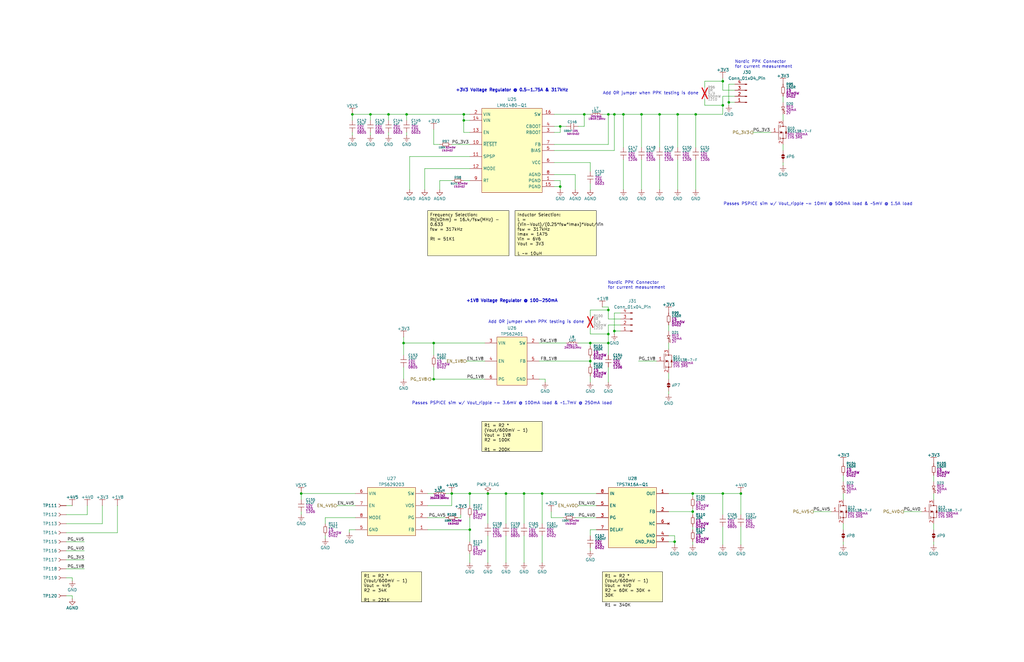
<source format=kicad_sch>
(kicad_sch (version 20250114) (generator "eeschema") (generator_version "9.0")
  (paper "B")
  (title_block (title "Awohali - Voltage Regulators") (date "2025-04-14") (rev "1") (comment 2 "PROTOTYPE") (comment 3 "2025"))
  (text "+1V8 Voltage Regulator @ 100-250mA" (at 215.9 127 0) (effects (font (size 1.27 1.27) (thickness 0.254) (bold yes))))
  (text "Nordic PPK Connector\nfor current measurement" (at 309.88 25.4 0) (effects (font (size 1.27 1.27)) (justify left top)))
  (text "Passes PSPICE sim w/ Vout_ripple ~= 3.6mV @ 100mA load & ~1.7mV @ 250mA load" (at 215.9 170.18 0) (effects (font (size 1.27 1.27))))
  (text "Nordic PPK Connector\nfor current measurement" (at 256.286 118.618 0) (effects (font (size 1.27 1.27)) (justify left top)))
  (text "+3V3 Voltage Regulator @ 0.5-1.75A & 317kHz" (at 215.9 38.1 0) (effects (font (size 1.27 1.27) (thickness 0.254) (bold yes))))
  (text "Add 0R jumper when PPK testing is done" (at 294.64 39.37 0) (effects (font (size 1.27 1.27)) (justify right)))
  (text "Add 0R jumper when PPK testing is done" (at 246.38 135.89 0) (effects (font (size 1.27 1.27)) (justify right)))
  (text "Passes PSPICE sim w/ Vout_ripple ~= 10mV @ 500mA load & ~5mV @ 1.5A load" (at 344.932 86.106 0) (effects (font (size 1.27 1.27))))
  (text_box "Inductor Selection:\nL = (Vin-Vout)/(0.25*fsw*Imax)*Vout/Vin\nfsw = 317kHz\nImax = 1A75\nVin = 6V6\nVout = 3V3\n\nL ~= 10uH " (at 217.17 88.9 0) (size 34.29 19.05) (margins 0.9525 0.9525 0.9525 0.9525) (stroke (width 0) (color 0 0 0 1)) (fill (type color) (color 255 255 194 1)) (effects (font (size 1.27 1.27)) (justify left top)))
  (text_box "R1 = R2 * (Vout/600mV - 1)\nVout = 4V5\nR2 = 34K\n\nR1 = 221K" (at 152.4 241.3 0) (size 25.4 12.7) (margins 0.9525 0.9525 0.9525 0.9525) (stroke (width 0) (color 0 0 0 1)) (fill (type color) (color 255 255 194 1)) (effects (font (size 1.27 1.27)) (justify left top)))
  (text_box "R1 = R2 * (Vout/600mV - 1)\nVout = 4V0\nR2 = 60K = 30K + 30K\n\nR1 = 340K" (at 254 241.3 0) (size 25.4 12.7) (margins 0.9525 0.9525 0.9525 0.9525) (stroke (width 0) (color 0 0 0 1)) (fill (type color) (color 255 255 194 1)) (effects (font (size 1.27 1.27)) (justify left top)))
  (text_box "Frequency Selection:\nRt(kOhm) = 16.4/fsw(MHz) - 0.633\nfsw = 317kHz\n\nRt = 51K1" (at 180.34 88.9 0) (size 34.29 19.05) (margins 0.9525 0.9525 0.9525 0.9525) (stroke (width 0) (color 0 0 0 1)) (fill (type color) (color 255 255 194 1)) (effects (font (size 1.27 1.27)) (justify left top)))
  (text_box "R1 = R2 * (Vout/600mV - 1)\nVout = 1V8\nR2 = 100K\n\nR1 = 200K" (at 203.2 177.8 0) (size 25.4 12.7) (margins 0.9525 0.9525 0.9525 0.9525) (stroke (width 0) (color 0 0 0 1)) (fill (type color) (color 255 255 194 1)) (effects (font (size 1.27 1.27)) (justify left top)))
  (junction (at 270.51 48.26))
  (junction (at 127 208.28))
  (junction (at 256.54 48.26))
  (junction (at 198.12 208.28))
  (junction (at 256.54 130.81))
  (junction (at 163.83 48.26))
  (junction (at 171.45 48.26))
  (junction (at 220.98 208.28))
  (junction (at 195.58 48.26))
  (junction (at 190.5 208.28))
  (junction (at 304.8 34.29))
  (junction (at 248.92 152.4))
  (junction (at 148.59 48.26))
  (junction (at 236.22 53.34))
  (junction (at 292.1 208.28))
  (junction (at 284.48 228.6))
  (junction (at 246.38 48.26))
  (junction (at 256.54 144.78))
  (junction (at 156.21 48.26))
  (junction (at 195.58 50.8))
  (junction (at 278.13 48.26))
  (junction (at 307.34 43.18))
  (junction (at 170.18 144.78))
  (junction (at 236.22 78.74))
  (junction (at 213.36 208.28))
  (junction (at 198.12 223.52))
  (junction (at 285.75 48.26))
  (junction (at 256.54 140.97))
  (junction (at 259.08 48.26))
  (junction (at 293.37 48.26))
  (junction (at 182.88 144.78))
  (junction (at 304.8 44.45))
  (junction (at 248.92 144.78))
  (junction (at 262.89 48.26))
  (junction (at 312.42 208.28))
  (junction (at 259.08 139.7))
  (junction (at 304.8 208.28))
  (junction (at 228.6 208.28))
  (junction (at 205.74 208.28))
  (junction (at 292.1 215.9))
  (junction (at 182.88 160.02))
  (wire (pts (xy 182.88 160.02) (xy 204.47 160.02)))
  (wire (pts (xy 196.85 152.4) (xy 204.47 152.4)))
  (wire (pts (xy 297.18 41.91) (xy 297.18 44.45)))
  (wire (pts (xy 171.45 48.26) (xy 171.45 50.8)))
  (wire (pts (xy 248.92 146.05) (xy 248.92 144.78)))
  (wire (pts (xy 170.18 154.94) (xy 170.18 160.02)))
  (wire (pts (xy 393.7 220.98) (xy 393.7 223.52)))
  (wire (pts (xy 149.86 208.28) (xy 127 208.28)))
  (wire (pts (xy 148.59 55.88) (xy 148.59 57.15)))
  (wire (pts (xy 232.41 218.44) (xy 237.49 218.44)))
  (wire (pts (xy 281.94 144.78) (xy 281.94 147.32)))
  (wire (pts (xy 180.34 213.36) (xy 190.5 213.36)))
  (wire (pts (xy 248.92 77.47) (xy 248.92 80.01)))
  (wire (pts (xy 220.98 208.28) (xy 220.98 220.98)))
  (wire (pts (xy 304.8 40.64) (xy 309.88 40.64)))
  (wire (pts (xy 262.89 48.26) (xy 270.51 48.26)))
  (wire (pts (xy 220.98 208.28) (xy 228.6 208.28)))
  (wire (pts (xy 236.22 78.74) (xy 236.22 76.2)))
  (wire (pts (xy 355.6 228.6) (xy 355.6 229.87)))
  (wire (pts (xy 259.08 139.7) (xy 261.62 139.7)))
  (wire (pts (xy 195.58 48.26) (xy 171.45 48.26)))
  (wire (pts (xy 195.58 48.26) (xy 195.58 50.8)))
  (wire (pts (xy 281.94 215.9) (xy 292.1 215.9)))
  (wire (pts (xy 307.34 44.45) (xy 307.34 43.18)))
  (wire (pts (xy 304.8 34.29) (xy 304.8 38.1)))
  (wire (pts (xy 304.8 40.64) (xy 304.8 44.45)))
  (wire (pts (xy 49.53 213.36) (xy 49.53 224.79)))
  (wire (pts (xy 190.5 213.36) (xy 190.5 208.28)))
  (wire (pts (xy 137.16 218.44) (xy 149.86 218.44)))
  (wire (pts (xy 270.51 48.26) (xy 278.13 48.26)))
  (wire (pts (xy 156.21 48.26) (xy 163.83 48.26)))
  (wire (pts (xy 190.5 60.96) (xy 198.12 60.96)))
  (wire (pts (xy 293.37 62.23) (xy 293.37 48.26)))
  (wire (pts (xy 285.75 48.26) (xy 293.37 48.26)))
  (wire (pts (xy 205.74 208.28) (xy 213.36 208.28)))
  (wire (pts (xy 227.33 152.4) (xy 248.92 152.4)))
  (wire (pts (xy 256.54 137.16) (xy 256.54 140.97)))
  (wire (pts (xy 163.83 55.88) (xy 163.83 57.15)))
  (wire (pts (xy 256.54 137.16) (xy 261.62 137.16)))
  (wire (pts (xy 27.94 236.22) (xy 35.56 236.22)))
  (wire (pts (xy 284.48 226.06) (xy 284.48 228.6)))
  (wire (pts (xy 236.22 76.2) (xy 233.68 76.2)))
  (wire (pts (xy 259.08 132.08) (xy 259.08 139.7)))
  (wire (pts (xy 297.18 36.83) (xy 297.18 34.29)))
  (wire (pts (xy 148.59 48.26) (xy 156.21 48.26)))
  (wire (pts (xy 256.54 149.86) (xy 256.54 144.78)))
  (wire (pts (xy 182.88 144.78) (xy 182.88 149.86)))
  (wire (pts (xy 393.7 208.28) (xy 393.7 210.82)))
  (wire (pts (xy 246.38 53.34) (xy 246.38 48.26)))
  (wire (pts (xy 248.92 130.81) (xy 256.54 130.81)))
  (wire (pts (xy 256.54 140.97) (xy 256.54 144.78)))
  (wire (pts (xy 309.88 35.56) (xy 307.34 35.56)))
  (wire (pts (xy 172.72 66.04) (xy 172.72 80.01)))
  (wire (pts (xy 248.92 151.13) (xy 248.92 152.4)))
  (wire (pts (xy 198.12 223.52) (xy 180.34 223.52)))
  (wire (pts (xy 330.2 48.26) (xy 330.2 50.8)))
  (wire (pts (xy 242.57 80.01) (xy 242.57 73.66)))
  (wire (pts (xy 195.58 76.2) (xy 198.12 76.2)))
  (wire (pts (xy 198.12 213.36) (xy 198.12 208.28)))
  (wire (pts (xy 30.48 245.11) (xy 30.48 243.84)))
  (wire (pts (xy 248.92 140.97) (xy 256.54 140.97)))
  (wire (pts (xy 281.94 226.06) (xy 284.48 226.06)))
  (wire (pts (xy 292.1 208.28) (xy 281.94 208.28)))
  (wire (pts (xy 195.58 55.88) (xy 195.58 50.8)))
  (wire (pts (xy 180.34 208.28) (xy 182.88 208.28)))
  (wire (pts (xy 205.74 220.98) (xy 205.74 208.28)))
  (wire (pts (xy 228.6 226.06) (xy 228.6 237.49)))
  (wire (pts (xy 236.22 53.34) (xy 238.76 53.34)))
  (wire (pts (xy 259.08 48.26) (xy 262.89 48.26)))
  (wire (pts (xy 285.75 67.31) (xy 285.75 80.01)))
  (wire (pts (xy 281.94 228.6) (xy 284.48 228.6)))
  (wire (pts (xy 30.48 243.84) (xy 27.94 243.84)))
  (wire (pts (xy 170.18 142.24) (xy 170.18 144.78)))
  (wire (pts (xy 248.92 231.14) (xy 248.92 232.41)))
  (wire (pts (xy 190.5 208.28) (xy 198.12 208.28)))
  (wire (pts (xy 213.36 226.06) (xy 213.36 237.49)))
  (wire (pts (xy 256.54 154.94) (xy 256.54 161.29)))
  (wire (pts (xy 248.92 158.75) (xy 248.92 161.29)))
  (wire (pts (xy 182.88 54.61) (xy 182.88 60.96)))
  (wire (pts (xy 307.34 43.18) (xy 309.88 43.18)))
  (wire (pts (xy 256.54 134.62) (xy 261.62 134.62)))
  (wire (pts (xy 256.54 130.81) (xy 256.54 134.62)))
  (wire (pts (xy 137.16 220.98) (xy 137.16 218.44)))
  (wire (pts (xy 304.8 208.28) (xy 312.42 208.28)))
  (wire (pts (xy 142.24 213.36) (xy 149.86 213.36)))
  (wire (pts (xy 262.89 62.23) (xy 262.89 48.26)))
  (wire (pts (xy 27.94 228.6) (xy 35.56 228.6)))
  (wire (pts (xy 181.61 160.02) (xy 182.88 160.02)))
  (wire (pts (xy 292.1 229.87) (xy 292.1 228.6)))
  (wire (pts (xy 233.68 63.5) (xy 259.08 63.5)))
  (wire (pts (xy 248.92 223.52) (xy 251.46 223.52)))
  (wire (pts (xy 233.68 78.74) (xy 236.22 78.74)))
  (wire (pts (xy 233.68 55.88) (xy 236.22 55.88)))
  (wire (pts (xy 194.31 217.17) (xy 194.31 218.44)))
  (wire (pts (xy 227.33 144.78) (xy 238.76 144.78)))
  (wire (pts (xy 355.6 220.98) (xy 355.6 223.52)))
  (wire (pts (xy 281.94 137.16) (xy 281.94 139.7)))
  (wire (pts (xy 281.94 157.48) (xy 281.94 160.02)))
  (wire (pts (xy 36.83 213.36) (xy 36.83 217.17)))
  (wire (pts (xy 292.1 214.63) (xy 292.1 215.9)))
  (wire (pts (xy 236.22 80.01) (xy 236.22 78.74)))
  (wire (pts (xy 248.92 68.58) (xy 233.68 68.58)))
  (wire (pts (xy 127 208.28) (xy 127 210.82)))
  (wire (pts (xy 355.6 200.66) (xy 355.6 203.2)))
  (wire (pts (xy 330.2 68.58) (xy 330.2 69.85)))
  (wire (pts (xy 259.08 140.97) (xy 259.08 139.7)))
  (wire (pts (xy 148.59 48.26) (xy 148.59 50.8)))
  (wire (pts (xy 292.1 209.55) (xy 292.1 208.28)))
  (wire (pts (xy 179.07 71.12) (xy 198.12 71.12)))
  (wire (pts (xy 190.5 208.28) (xy 187.96 208.28)))
  (wire (pts (xy 180.34 218.44) (xy 187.96 218.44)))
  (wire (pts (xy 243.84 213.36) (xy 251.46 213.36)))
  (wire (pts (xy 393.7 228.6) (xy 393.7 229.87)))
  (wire (pts (xy 205.74 226.06) (xy 205.74 237.49)))
  (wire (pts (xy 30.48 251.46) (xy 27.94 251.46)))
  (wire (pts (xy 27.94 240.03) (xy 35.56 240.03)))
  (wire (pts (xy 36.83 217.17) (xy 27.94 217.17)))
  (wire (pts (xy 293.37 48.26) (xy 304.8 48.26)))
  (wire (pts (xy 248.92 72.39) (xy 248.92 68.58)))
  (wire (pts (xy 198.12 55.88) (xy 195.58 55.88)))
  (wire (pts (xy 248.92 226.06) (xy 248.92 223.52)))
  (wire (pts (xy 317.5 55.88) (xy 325.12 55.88)))
  (wire (pts (xy 198.12 218.44) (xy 198.12 223.52)))
  (wire (pts (xy 330.2 60.96) (xy 330.2 63.5)))
  (wire (pts (xy 156.21 48.26) (xy 156.21 50.8)))
  (wire (pts (xy 248.92 152.4) (xy 248.92 153.67)))
  (wire (pts (xy 198.12 223.52) (xy 198.12 228.6)))
  (wire (pts (xy 242.57 73.66) (xy 233.68 73.66)))
  (wire (pts (xy 246.38 48.26) (xy 248.92 48.26)))
  (wire (pts (xy 30.48 213.36) (xy 27.94 213.36)))
  (wire (pts (xy 270.51 67.31) (xy 270.51 80.01)))
  (wire (pts (xy 269.24 152.4) (xy 276.86 152.4)))
  (wire (pts (xy 312.42 222.25) (xy 312.42 229.87)))
  (wire (pts (xy 284.48 229.87) (xy 284.48 228.6)))
  (wire (pts (xy 233.68 60.96) (xy 256.54 60.96)))
  (wire (pts (xy 248.92 144.78) (xy 243.84 144.78)))
  (wire (pts (xy 194.31 218.44) (xy 193.04 218.44)))
  (wire (pts (xy 304.8 208.28) (xy 304.8 217.17)))
  (wire (pts (xy 172.72 66.04) (xy 198.12 66.04)))
  (wire (pts (xy 185.42 76.2) (xy 190.5 76.2)))
  (wire (pts (xy 259.08 63.5) (xy 259.08 48.26)))
  (wire (pts (xy 304.8 44.45) (xy 304.8 48.26)))
  (wire (pts (xy 285.75 48.26) (xy 285.75 62.23)))
  (wire (pts (xy 292.1 208.28) (xy 304.8 208.28)))
  (wire (pts (xy 312.42 208.28) (xy 312.42 217.17)))
  (wire (pts (xy 256.54 129.54) (xy 254 129.54)))
  (wire (pts (xy 229.87 160.02) (xy 227.33 160.02)))
  (wire (pts (xy 30.48 252.73) (xy 30.48 251.46)))
  (wire (pts (xy 170.18 144.78) (xy 182.88 144.78)))
  (wire (pts (xy 297.18 34.29) (xy 304.8 34.29)))
  (wire (pts (xy 198.12 48.26) (xy 195.58 48.26)))
  (wire (pts (xy 229.87 161.29) (xy 229.87 160.02)))
  (wire (pts (xy 256.54 60.96) (xy 256.54 48.26)))
  (wire (pts (xy 228.6 220.98) (xy 228.6 208.28)))
  (wire (pts (xy 198.12 50.8) (xy 195.58 50.8)))
  (wire (pts (xy 393.7 200.66) (xy 393.7 203.2)))
  (wire (pts (xy 281.94 165.1) (xy 281.94 166.37)))
  (wire (pts (xy 292.1 217.17) (xy 292.1 215.9)))
  (wire (pts (xy 293.37 67.31) (xy 293.37 80.01)))
  (wire (pts (xy 292.1 222.25) (xy 292.1 223.52)))
  (wire (pts (xy 170.18 144.78) (xy 170.18 149.86)))
  (wire (pts (xy 355.6 208.28) (xy 355.6 210.82)))
  (wire (pts (xy 147.32 223.52) (xy 149.86 223.52)))
  (wire (pts (xy 278.13 48.26) (xy 285.75 48.26)))
  (wire (pts (xy 262.89 67.31) (xy 262.89 80.01)))
  (wire (pts (xy 171.45 55.88) (xy 171.45 57.15)))
  (wire (pts (xy 182.88 160.02) (xy 182.88 154.94)))
  (wire (pts (xy 248.92 133.35) (xy 248.92 130.81)))
  (wire (pts (xy 179.07 71.12) (xy 179.07 80.01)))
  (wire (pts (xy 171.45 48.26) (xy 163.83 48.26)))
  (wire (pts (xy 242.57 218.44) (xy 251.46 218.44)))
  (wire (pts (xy 304.8 222.25) (xy 304.8 229.87)))
  (wire (pts (xy 213.36 208.28) (xy 220.98 208.28)))
  (wire (pts (xy 232.41 215.9) (xy 232.41 218.44)))
  (wire (pts (xy 243.84 53.34) (xy 246.38 53.34)))
  (wire (pts (xy 278.13 67.31) (xy 278.13 80.01)))
  (wire (pts (xy 256.54 129.54) (xy 256.54 130.81)))
  (wire (pts (xy 381 215.9) (xy 388.62 215.9)))
  (wire (pts (xy 304.8 33.02) (xy 304.8 34.29)))
  (wire (pts (xy 256.54 144.78) (xy 248.92 144.78)))
  (wire (pts (xy 198.12 208.28) (xy 205.74 208.28)))
  (wire (pts (xy 270.51 48.26) (xy 270.51 62.23)))
  (wire (pts (xy 185.42 76.2) (xy 185.42 80.01)))
  (wire (pts (xy 27.94 232.41) (xy 35.56 232.41)))
  (wire (pts (xy 330.2 40.64) (xy 330.2 43.18)))
  (wire (pts (xy 304.8 38.1) (xy 309.88 38.1)))
  (wire (pts (xy 182.88 144.78) (xy 204.47 144.78)))
  (wire (pts (xy 248.92 138.43) (xy 248.92 140.97)))
  (wire (pts (xy 198.12 233.68) (xy 198.12 237.49)))
  (wire (pts (xy 278.13 48.26) (xy 278.13 62.23)))
  (wire (pts (xy 49.53 224.79) (xy 27.94 224.79)))
  (wire (pts (xy 156.21 55.88) (xy 156.21 57.15)))
  (wire (pts (xy 220.98 226.06) (xy 220.98 237.49)))
  (wire (pts (xy 127 215.9) (xy 127 217.17)))
  (wire (pts (xy 43.18 213.36) (xy 43.18 220.98)))
  (wire (pts (xy 233.68 53.34) (xy 236.22 53.34)))
  (wire (pts (xy 233.68 48.26) (xy 246.38 48.26)))
  (wire (pts (xy 137.16 226.06) (xy 137.16 227.33)))
  (wire (pts (xy 163.83 48.26) (xy 163.83 50.8)))
  (wire (pts (xy 256.54 48.26) (xy 259.08 48.26)))
  (wire (pts (xy 254 48.26) (xy 256.54 48.26)))
  (wire (pts (xy 261.62 132.08) (xy 259.08 132.08)))
  (wire (pts (xy 182.88 60.96) (xy 185.42 60.96)))
  (wire (pts (xy 147.32 224.79) (xy 147.32 223.52)))
  (wire (pts (xy 307.34 35.56) (xy 307.34 43.18)))
  (wire (pts (xy 236.22 55.88) (xy 236.22 53.34)))
  (wire (pts (xy 342.9 215.9) (xy 350.52 215.9)))
  (wire (pts (xy 228.6 208.28) (xy 251.46 208.28)))
  (wire (pts (xy 213.36 208.28) (xy 213.36 220.98)))
  (wire (pts (xy 297.18 44.45) (xy 304.8 44.45)))
  (wire (pts (xy 43.18 220.98) (xy 27.94 220.98)))
  (label "PG_1V8" (at 269.24 152.4 0))
  (label "PG_4V0" (at 381 215.9 0))
  (label "PG_4V5" (at 187.96 218.44 180))
  (label "SW_1V8" (at 234.95 144.78 180))
  (label "PG_3V3" (at 35.56 236.22 180))
  (label "PG_4V0" (at 35.56 232.41 180))
  (label "PG_4V5" (at 342.9 215.9 0))
  (label "PG_3V3" (at 190.5 60.96 0))
  (label "PG_4V5" (at 35.56 228.6 180))
  (label "PG_3V3" (at 317.5 55.88 0))
  (label "PG_4V0" (at 243.84 218.44 0))
  (label "EN_4V0" (at 243.84 213.36 0))
  (label "EN_4V5" (at 142.24 213.36 0))
  (label "PG_1V8" (at 196.85 160.02 0))
  (label "PG_1V8" (at 35.56 240.03 180))
  (label "EN_1V8" (at 196.85 152.4 0))
  (label "FB_1V8" (at 234.95 152.4 180))
  (hierarchical_label "PG_4V0" (shape output) (at 381 215.9 180))
  (hierarchical_label "EN_4V0" (shape input) (at 243.84 213.36 180))
  (hierarchical_label "PG_4V5" (shape output) (at 342.9 215.9 180))
  (hierarchical_label "EN_4V5" (shape input) (at 142.24 213.36 180))
  (hierarchical_label "EN_1V8" (shape input) (at 196.85 152.4 180))
  (hierarchical_label "PG_3V3" (shape output) (at 317.5 55.88 180))
  (hierarchical_label "PG_1V8" (shape output) (at 181.61 160.02 180))
  (symbol (lib_id "lib_sch:LED") (at 281.94 142.24 0) (unit 1)
    (property "Reference" "D21" (at 283.21 140.335 0) (effects (font (size 1.016 1.016)) (justify left)))
    (property "Value" "LTST-C191KRKT" (effects (hide yes)))
    (property "Footprint" "lib_diodes:LTST-0603" (effects (hide yes)))
    (property "Datasheet" "datasheets/Lite-On-LTST-C191KRKT.pdf" (effects (hide yes)))
    (property "Description" "LED RED CLEAR SMD" (effects (hide yes)))
    (property "Manufacturer" "Lite-On Inc." (effects (hide yes)))
    (property "MPN" "LTST-C191KRKT" (effects (hide yes)))
    (property "DKPN" "160-1447-1-ND" (effects (hide yes)))
    (property "Forward Voltage" "2V" (at 283.21 144.145 0) (effects (font (size 1.016 1.016)) (justify left)))
    (property "Current" "20mA" (at 283.21 142.875 0) (effects (font (size 1.016 1.016)) (justify left)))
    (property "Color" "RED" (at 283.21 141.605 0) (effects (font (size 1.016 1.016)) (justify left)))
  )
  (symbol (lib_id "lib_pwr:+4V5") (at 190.5 208.28 0) (unit 1)
    (property "Reference" "#PWR0326" (effects (hide yes)))
    (property "Value" "+4V5" (at 190.5 204.724 0))
  )
  (symbol (lib_id "lib_sch:C") (at 304.8 219.71 0) (unit 1)
    (property "Reference" "C156" (at 306.705 217.17 0) (effects (font (size 1.016 1.016)) (justify left)))
    (property "Value" "2.2uF" (at 306.705 218.44 0) (effects (font (size 1.016 1.016)) (justify left)))
    (property "Footprint" "lib_passives:GCM0805" (effects (hide yes)))
    (property "Datasheet" "datasheets/Murata-Electronics-GRT21BR71E225KE13.pdf" (effects (hide yes)))
    (property "Description" "CAP CER 2.2UF 25V X7R 0805" (effects (hide yes)))
    (property "Manufacturer" "Murata Electronics" (effects (hide yes)))
    (property "MPN" "GRT21BR71E225KE13L" (effects (hide yes)))
    (property "DKPN" "490-GRT21BR71E225KE13LCT-ND" (effects (hide yes)))
    (property "Tolerance" "10%" (at 306.705 220.98 0) (effects (font (size 1.016 1.016)) (justify left)))
    (property "Voltage Rating" "25V" (at 306.705 219.71 0) (effects (font (size 1.016 1.016)) (justify left)))
    (property "Package" "0805" (at 306.705 222.25 0) (effects (font (size 1.016 1.016)) (justify left)))
  )
  (symbol (lib_id "lib_pwr:GND") (at 278.13 80.01 0) (unit 1)
    (property "Reference" "#PWR0311" (effects (hide yes)))
    (property "Value" "GND" (at 278.13 83.82 0))
  )
  (symbol (lib_id "lib_sch:R") (at 198.12 215.9 0) (unit 1)
    (property "Reference" "R107" (at 199.39 213.36 0) (effects (font (size 1.016 1.016)) (justify left)))
    (property "Value" "221K" (at 199.39 214.63 0) (effects (font (size 1.016 1.016)) (justify left)))
    (property "Footprint" "lib_passives:CRCW0402" (effects (hide yes)))
    (property "Datasheet" "datasheets/Vishay-Dale-DCRCWe3.pdf" (effects (hide yes)))
    (property "Description" "RES SMD 221K OHM 1% 1/16W 0402" (effects (hide yes)))
    (property "Manufacturer" "Vishay Dale" (effects (hide yes)))
    (property "MPN" "CRCW0402221KFKED" (effects (hide yes)))
    (property "DKPN" "541-221KLCT-ND" (effects (hide yes)))
    (property "Tolerance" "1%" (at 199.39 215.9 0) (effects (font (size 1.016 1.016)) (justify left)))
    (property "Power Rating" "62m5W" (at 199.39 217.17 0) (effects (font (size 1.016 1.016)) (justify left)))
    (property "Package" "0402" (at 199.39 218.44 0) (effects (font (size 1.016 1.016)) (justify left)))
  )
  (symbol (lib_id "lib_sch:L_horizontal") (at 241.3 144.78 0) (unit 1)
    (property "Reference" "L8" (at 241.3 142.24 0) (effects (font (size 1.016 1.016))))
    (property "Value" "1uH" (at 241.3 143.51 0) (effects (font (size 1.016 1.016))))
    (property "Footprint" "lib_passives:WE-XHMI-8080" (effects (hide yes)))
    (property "Datasheet" "datasheets/Wurth-Elektronik-74439358010.pdf" (effects (hide yes)))
    (property "Description" "FIXED IND 1UH 17A 2.1 MOHM SMD" (effects (hide yes)))
    (property "Manufacturer" "Würth Elektronik" (effects (hide yes)))
    (property "MPN" "74439358010" (effects (hide yes)))
    (property "DKPN" "732-7273-1-ND" (effects (hide yes)))
    (property "Tolerance" "20%" (at 241.3 145.669 0) (effects (font (size 0.762 0.762)) (justify right)))
    (property "Current Rating" "17A" (at 241.3 145.669 0) (effects (font (size 0.762 0.762)) (justify left)))
    (property "DC Resistance" "2m1R" (at 241.3 146.685 0) (effects (font (size 0.762 0.762)) (justify right)))
    (property "Resonant Frequency" "51MHz" (at 241.3 146.685 0) (effects (font (size 0.762 0.762)) (justify left)))
  )
  (symbol (lib_id "lib_sch:R_horizontal") (at 193.04 76.2 0) (unit 1)
    (property "Reference" "R98" (at 193.04 74.93 0) (effects (font (size 1.016 1.016))))
    (property "Value" "51K1" (at 193.04 77.47 0) (effects (font (size 0.762 0.762)) (justify right)))
    (property "Footprint" "lib_passives:CRCW0402" (effects (hide yes)))
    (property "Datasheet" "datasheets/Vishay-Dale-DCRCWe3.pdf" (effects (hide yes)))
    (property "Description" "RES SMD 51.1K OHM 1% 1/16W 0402" (effects (hide yes)))
    (property "Manufacturer" "Vishay Dale" (effects (hide yes)))
    (property "MPN" "CRCW040251K1FKED" (effects (hide yes)))
    (property "DKPN" "541-51.1KLCT-ND" (effects (hide yes)))
    (property "Tolerance" "1%" (at 193.04 78.74 0) (effects (font (size 0.762 0.762)) (justify right)))
    (property "Power Rating" "62m5W" (at 193.04 77.47 0) (effects (font (size 0.762 0.762)) (justify left)))
    (property "Package" "0402" (at 193.04 78.74 0) (effects (font (size 0.762 0.762)) (justify left)))
  )
  (symbol (lib_id "lib_sch:LED") (at 330.2 45.72 0) (unit 1)
    (property "Reference" "D20" (at 331.47 43.815 0) (effects (font (size 1.016 1.016)) (justify left)))
    (property "Value" "LTST-C191KRKT" (effects (hide yes)))
    (property "Footprint" "lib_diodes:LTST-0603" (effects (hide yes)))
    (property "Datasheet" "datasheets/Lite-On-LTST-C191KRKT.pdf" (effects (hide yes)))
    (property "Description" "LED RED CLEAR SMD" (effects (hide yes)))
    (property "Manufacturer" "Lite-On Inc." (effects (hide yes)))
    (property "MPN" "LTST-C191KRKT" (effects (hide yes)))
    (property "DKPN" "160-1447-1-ND" (effects (hide yes)))
    (property "Forward Voltage" "2V" (at 331.47 47.625 0) (effects (font (size 1.016 1.016)) (justify left)))
    (property "Current" "20mA" (at 331.47 46.355 0) (effects (font (size 1.016 1.016)) (justify left)))
    (property "Color" "RED" (at 331.47 45.085 0) (effects (font (size 1.016 1.016)) (justify left)))
  )
  (symbol (lib_id "lib_pwr:GND") (at 270.51 80.01 0) (unit 1)
    (property "Reference" "#PWR0310" (effects (hide yes)))
    (property "Value" "GND" (at 270.51 83.82 0))
  )
  (symbol (lib_id "lib_pwr:+3V3") (at 281.94 132.08 0) (unit 1)
    (property "Reference" "#PWR0315" (effects (hide yes)))
    (property "Value" "+3V3" (at 281.94 128.524 0))
  )
  (symbol (lib_id "lib_pwr:AGND") (at 172.72 80.01 0) (unit 1)
    (property "Reference" "#PWR0303" (effects (hide yes)))
    (property "Value" "AGND" (at 172.72 83.82 0))
  )
  (symbol (lib_id "lib_pwr:GND") (at 259.08 140.97 0) (unit 1)
    (property "Reference" "#PWR0316" (effects (hide yes)))
    (property "Value" "GND" (at 259.08 144.78 0))
  )
  (symbol (lib_id "lib_pwr:+3V3") (at 355.6 195.58 0) (unit 1)
    (property "Reference" "#PWR0323" (effects (hide yes)))
    (property "Value" "+3V3" (at 355.6 192.024 0))
  )
  (symbol (lib_id "lib_sch:C") (at 170.18 152.4 0) (unit 1)
    (property "Reference" "C153" (at 172.085 149.86 0) (effects (font (size 1.016 1.016)) (justify left)))
    (property "Value" "10uF" (at 172.085 151.13 0) (effects (font (size 1.016 1.016)) (justify left)))
    (property "Footprint" "lib_passives:GCM0805" (effects (hide yes)))
    (property "Datasheet" "datasheets/Murata-Electronics-GCM21BR71A106KE22.pdf" (effects (hide yes)))
    (property "Description" "CAP CER 10UF 10V X7R 0805" (effects (hide yes)))
    (property "Manufacturer" "Murata Electronics" (effects (hide yes)))
    (property "MPN" "GCM21BR71A106KE22L" (effects (hide yes)))
    (property "DKPN" "490-10674-1-ND" (effects (hide yes)))
    (property "Tolerance" "10%" (at 172.085 153.67 0) (effects (font (size 1.016 1.016)) (justify left)))
    (property "Voltage Rating" "10V" (at 172.085 152.4 0) (effects (font (size 1.016 1.016)) (justify left)))
    (property "Package" "0805" (at 172.085 154.94 0) (effects (font (size 1.016 1.016)) (justify left)))
  )
  (symbol (lib_id "lib_pwr:GND") (at 256.54 161.29 0) (unit 1)
    (property "Reference" "#PWR0321" (effects (hide yes)))
    (property "Value" "GND" (at 256.54 165.1 0))
  )
  (symbol (lib_id "lib_pwr:AGND") (at 242.57 80.01 0) (unit 1)
    (property "Reference" "#PWR0307" (effects (hide yes)))
    (property "Value" "AGND" (at 242.57 83.82 0))
  )
  (symbol (lib_id "lib_sch:R_horizontal") (at 190.5 218.44 0) (unit 1)
    (property "Reference" "R108" (at 190.5 217.17 0) (effects (font (size 1.016 1.016))))
    (property "Value" "100K" (at 190.5 219.71 0) (effects (font (size 0.762 0.762)) (justify right)))
    (property "Footprint" "lib_passives:CRCW0402" (effects (hide yes)))
    (property "Datasheet" "datasheets/Vishay-Dale-DCRCWe3.pdf" (effects (hide yes)))
    (property "Description" "RES SMD 100K OHM 1% 1/16W 0402" (effects (hide yes)))
    (property "Manufacturer" "Vishay Dale" (effects (hide yes)))
    (property "MPN" "CRCW0402100KFKED" (effects (hide yes)))
    (property "DKPN" "541-100KLCT-ND" (effects (hide yes)))
    (property "Tolerance" "1%" (at 190.5 220.98 0) (effects (font (size 0.762 0.762)) (justify right)))
    (property "Power Rating" "62m5W" (at 190.5 219.71 0) (effects (font (size 0.762 0.762)) (justify left)))
    (property "Package" "0402" (at 190.5 220.98 0) (effects (font (size 0.762 0.762)) (justify left)))
  )
  (symbol (lib_id "lib_sch:C") (at 171.45 53.34 0) (unit 1)
    (property "Reference" "C145" (at 173.355 50.8 0) (effects (font (size 1.016 1.016)) (justify left)))
    (property "Value" "1uF" (at 173.355 52.07 0) (effects (font (size 1.016 1.016)) (justify left)))
    (property "Footprint" "lib_passives:GRT0603" (effects (hide yes)))
    (property "Datasheet" "datasheets/Murata-Electronics-GRT188R71E105KE13.pdf" (effects (hide yes)))
    (property "Description" "CAP CER 1UF 25V X7R 0603" (effects (hide yes)))
    (property "Manufacturer" "Murata Electronics" (effects (hide yes)))
    (property "MPN" "GRT188R71E105KE13D" (effects (hide yes)))
    (property "DKPN" "490-GRT188R71E105KE13DCT-ND" (effects (hide yes)))
    (property "Tolerance" "10%" (at 173.355 54.61 0) (effects (font (size 1.016 1.016)) (justify left)))
    (property "Voltage Rating" "25V" (at 173.355 53.34 0) (effects (font (size 1.016 1.016)) (justify left)))
    (property "Package" "0603" (at 173.355 55.88 0) (effects (font (size 1.016 1.016)) (justify left)))
  )
  (symbol (lib_id "lib_sch:C") (at 248.92 74.93 0) (unit 1)
    (property "Reference" "C152" (at 250.825 72.39 0) (effects (font (size 1.016 1.016)) (justify left)))
    (property "Value" "1uF" (at 250.825 73.66 0) (effects (font (size 1.016 1.016)) (justify left)))
    (property "Footprint" "lib_passives:GRT0603" (effects (hide yes)))
    (property "Datasheet" "datasheets/Murata-Electronics-GRT188R71E105KE13.pdf" (effects (hide yes)))
    (property "Description" "CAP CER 1UF 25V X7R 0603" (effects (hide yes)))
    (property "Manufacturer" "Murata Electronics" (effects (hide yes)))
    (property "MPN" "GRT188R71E105KE13D" (effects (hide yes)))
    (property "DKPN" "490-GRT188R71E105KE13DCT-ND" (effects (hide yes)))
    (property "Tolerance" "10%" (at 250.825 76.2 0) (effects (font (size 1.016 1.016)) (justify left)))
    (property "Voltage Rating" "25V" (at 250.825 74.93 0) (effects (font (size 1.016 1.016)) (justify left)))
    (property "Package" "0603" (at 250.825 77.47 0) (effects (font (size 1.016 1.016)) (justify left)))
  )
  (symbol (lib_id "lib_sch:TPS7A16A-Q1") (at 266.7 218.44 0) (unit 1)
    (property "Reference" "U28" (at 266.7 201.93 0))
    (property "Value" "TPS7A16A-Q1" (at 266.7 204.47 0))
    (property "Footprint" "lib_ICs:HVSSOP65P490X110-8" (effects (hide yes)))
    (property "Datasheet" "datasheets/Texas-Instruments-TPS7A16A-Q1.pdf" (effects (hide yes)))
    (property "Description" "60-V, 5-μA IQ, 100-mA, low-dropout voltage regulator with enable and power-good" (effects (hide yes)))
    (property "Manufacturer" "Texas Instruments" (effects (hide yes)))
    (property "MPN" "TPS7A1601AQDGNRQ1" (effects (hide yes)))
    (property "DKPN" "296-TPS7A1601AQDGNRQ1CT-ND" (effects (hide yes)))
  )
  (symbol (lib_id "lib_sch:NMOS_GSD") (at 281.94 152.4 270) (unit 1)
    (property "Reference" "Q11" (at 283.718 150.622 90) (effects (font (size 1.016 1.016)) (justify left)))
    (property "Value" "BSS138-7-F" (at 283.718 151.892 90) (effects (font (size 1.016 1.016)) (justify left)))
    (property "Footprint" "lib_ICs:SOT23" (effects (hide yes)))
    (property "Datasheet" "datasheets/Diodes-Incorporated-BSS138.pdf" (effects (hide yes)))
    (property "Description" "MOSFET N-CH 50V 200MA SOT23-3" (effects (hide yes)))
    (property "Manufacturer" "Diodes Incorporated" (effects (hide yes)))
    (property "MPN" "BSS138-7-F" (effects (hide yes)))
    (property "DKPN" "BSS138-FDICT-ND" (effects (hide yes)))
    (property "VDSS" "50V" (at 283.718 153.162 90) (effects (font (size 1.016 1.016)) (justify left)))
    (property "VGSTH" "1V5" (at 283.718 154.432 90) (effects (font (size 1.016 1.016)) (justify left)))
    (property "ID" "200mA" (at 287.02 153.162 90) (effects (font (size 1.016 1.016)) (justify left)))
    (property "RDSON" "3R5" (at 287.02 154.432 90) (effects (font (size 1.016 1.016)) (justify left)))
  )
  (symbol (lib_id "lib_sch:R") (at 137.16 223.52 0) (unit 1)
    (property "Reference" "R111" (at 138.43 220.98 0) (effects (font (size 1.016 1.016)) (justify left)))
    (property "Value" "22K1" (at 138.43 222.25 0) (effects (font (size 1.016 1.016)) (justify left)))
    (property "Footprint" "lib_passives:CRCW0402" (effects (hide yes)))
    (property "Datasheet" "datasheets/Vishay-Dale-DCRCWe3.pdf" (effects (hide yes)))
    (property "Description" "RES SMD 22.1K OHM 1% 1/16W 0402" (effects (hide yes)))
    (property "Manufacturer" "Vishay Dale" (effects (hide yes)))
    (property "MPN" "CRCW040222K1FKED" (effects (hide yes)))
    (property "DKPN" "541-22.1KLCT-ND" (effects (hide yes)))
    (property "Tolerance" "1%" (at 138.43 223.52 0) (effects (font (size 1.016 1.016)) (justify left)))
    (property "Power Rating" "62m5W" (at 138.43 224.79 0) (effects (font (size 1.016 1.016)) (justify left)))
    (property "Package" "0402" (at 138.43 226.06 0) (effects (font (size 1.016 1.016)) (justify left)))
  )
  (symbol (lib_id "lib_pwr:+1V8") (at 49.53 213.36 0) (unit 1)
    (property "Reference" "#PWR0331" (effects (hide yes)))
    (property "Value" "+1V8" (at 49.53 209.804 0))
  )
  (symbol (lib_id "lib_sch:R") (at 182.88 152.4 0) (unit 1)
    (property "Reference" "R102" (at 184.15 149.86 0) (effects (font (size 1.016 1.016)) (justify left)))
    (property "Value" "499K" (at 184.15 151.13 0) (effects (font (size 1.016 1.016)) (justify left)))
    (property "Footprint" "lib_passives:CRCW0402" (effects (hide yes)))
    (property "Datasheet" "datasheets/Vishay-Dale-DCRCWe3.pdf" (effects (hide yes)))
    (property "Description" "RES SMD 499K OHM 1% 1/16W 0402" (effects (hide yes)))
    (property "Manufacturer" "Vishay Dale" (effects (hide yes)))
    (property "MPN" "CRCW0402499KFKED" (effects (hide yes)))
    (property "DKPN" "541-499KLCT-ND" (effects (hide yes)))
    (property "Tolerance" "1%" (at 184.15 152.4 0) (effects (font (size 1.016 1.016)) (justify left)))
    (property "Power Rating" "62m5W" (at 184.15 153.67 0) (effects (font (size 1.016 1.016)) (justify left)))
    (property "Package" "0402" (at 184.15 154.94 0) (effects (font (size 1.016 1.016)) (justify left)))
  )
  (symbol (lib_id "lib_pwr:GND") (at 127 217.17 0) (unit 1)
    (property "Reference" "#PWR0333" (effects (hide yes)))
    (property "Value" "GND" (at 127 220.98 0))
  )
  (symbol (lib_id "lib_sch:R") (at 330.2 38.1 0) (unit 1)
    (property "Reference" "R95" (at 331.47 35.56 0) (effects (font (size 1.016 1.016)) (justify left)))
    (property "Value" "150R" (at 331.47 36.83 0) (effects (font (size 1.016 1.016)) (justify left)))
    (property "Footprint" "lib_passives:CRCW0402" (effects (hide yes)))
    (property "Datasheet" "datasheets/Vishay-Dale-DCRCWe3.pdf" (effects (hide yes)))
    (property "Description" "RES SMD 150 OHM 1% 1/16W 0402" (effects (hide yes)))
    (property "Manufacturer" "Vishay Dale" (effects (hide yes)))
    (property "MPN" "CRCW0402150RFKED" (effects (hide yes)))
    (property "DKPN" "541-150LCT-ND" (effects (hide yes)))
    (property "Tolerance" "1%" (at 331.47 38.1 0) (effects (font (size 1.016 1.016)) (justify left)))
    (property "Power Rating" "62m5W" (at 331.47 39.37 0) (effects (font (size 1.016 1.016)) (justify left)))
    (property "Package" "0402" (at 331.47 40.64 0) (effects (font (size 1.016 1.016)) (justify left)))
  )
  (symbol (lib_id "lib_pwr:GND") (at 248.92 161.29 0) (unit 1)
    (property "Reference" "#PWR0320" (effects (hide yes)))
    (property "Value" "GND" (at 248.92 165.1 0))
  )
  (symbol (lib_id "lib_sch:Testpoint") (at 25.4 224.79 0) (unit 1) (in_bom no)
    (property "Reference" "TP114" (at 24.13 224.79 0) (effects (justify right)))
    (property "Footprint" "lib_misc:TP_2mm" (effects (hide yes)))
    (property "Manufacturer" "N/A" (effects (hide yes)))
    (property "MPN" "N/A" (effects (hide yes)))
    (property "DKPN" "N/A" (effects (hide yes)))
  )
  (symbol (lib_id "lib_pwr:+3V3") (at 304.8 33.02 0) (unit 1)
    (property "Reference" "#PWR0293" (effects (hide yes)))
    (property "Value" "+3V3" (at 304.8 29.464 0))
  )
  (symbol (lib_id "lib_sch:Jumper_2_Bridged") (at 330.2 66.04 270) (unit 1) (in_bom no)
    (property "Reference" "JP6" (at 331.47 66.04 90) (effects (justify left)))
    (property "Value" "~" (at 331.47 66.04 90) (effects (justify left)))
    (property "Footprint" "lib_misc:SolderJumper-2_P1.3mm_Bridged_RoundedPad1.0x1.5mm" (effects (hide yes)))
  )
  (symbol (lib_id "lib_sch:Testpoint") (at 25.4 213.36 0) (unit 1) (in_bom no)
    (property "Reference" "TP111" (at 24.13 213.36 0) (effects (justify right)))
    (property "Footprint" "lib_misc:TP_2mm" (effects (hide yes)))
    (property "Manufacturer" "N/A" (effects (hide yes)))
    (property "MPN" "N/A" (effects (hide yes)))
    (property "DKPN" "N/A" (effects (hide yes)))
  )
  (symbol (lib_id "lib_pwr:GND") (at 228.6 237.49 0) (unit 1)
    (property "Reference" "#PWR0348" (effects (hide yes)))
    (property "Value" "GND" (at 228.6 241.3 0))
  )
  (symbol (lib_id "lib_sch:C") (at 228.6 223.52 0) (unit 1)
    (property "Reference" "C161" (at 230.505 220.98 0) (effects (font (size 1.016 1.016)) (justify left)))
    (property "Value" "100nF" (at 230.505 222.25 0) (effects (font (size 1.016 1.016)) (justify left)))
    (property "Footprint" "lib_passives:GCM0402" (effects (hide yes)))
    (property "Datasheet" "datasheets/Murata-Electronics-GRT155R71H104KE01.pdf" (effects (hide yes)))
    (property "Description" "CAP CER 0.1UF 50V X7R 0402" (effects (hide yes)))
    (property "Manufacturer" "Murata Electronics" (effects (hide yes)))
    (property "MPN" "GRT155R71H104KE01D" (effects (hide yes)))
    (property "DKPN" "490-GRT155R71H104KE01DCT-ND" (effects (hide yes)))
    (property "Tolerance" "10%" (at 230.505 224.79 0) (effects (font (size 1.016 1.016)) (justify left)))
    (property "Voltage Rating" "50V" (at 230.505 223.52 0) (effects (font (size 1.016 1.016)) (justify left)))
    (property "Package" "0402" (at 230.505 226.06 0) (effects (font (size 1.016 1.016)) (justify left)))
  )
  (symbol (lib_id "lib_sch:C") (at 156.21 53.34 0) (unit 1)
    (property "Reference" "C143" (at 158.115 50.8 0) (effects (font (size 1.016 1.016)) (justify left)))
    (property "Value" "10uF" (at 158.115 52.07 0) (effects (font (size 1.016 1.016)) (justify left)))
    (property "Footprint" "lib_passives:GCM0805" (effects (hide yes)))
    (property "Datasheet" "datasheets/Murata-Electronics-GCM21BR71A106KE22.pdf" (effects (hide yes)))
    (property "Description" "CAP CER 10UF 10V X7R 0805" (effects (hide yes)))
    (property "Manufacturer" "Murata Electronics" (effects (hide yes)))
    (property "MPN" "GCM21BR71A106KE22L" (effects (hide yes)))
    (property "DKPN" "490-10674-1-ND" (effects (hide yes)))
    (property "Tolerance" "10%" (at 158.115 54.61 0) (effects (font (size 1.016 1.016)) (justify left)))
    (property "Voltage Rating" "10V" (at 158.115 53.34 0) (effects (font (size 1.016 1.016)) (justify left)))
    (property "Package" "0805" (at 158.115 55.88 0) (effects (font (size 1.016 1.016)) (justify left)))
  )
  (symbol (lib_id "lib_pwr:GND") (at 213.36 237.49 0) (unit 1)
    (property "Reference" "#PWR0346" (effects (hide yes)))
    (property "Value" "GND" (at 213.36 241.3 0))
  )
  (symbol (lib_id "lib_pwr:GND") (at 284.48 229.87 0) (unit 1)
    (property "Reference" "#PWR0337" (effects (hide yes)))
    (property "Value" "GND" (at 284.48 233.68 0))
  )
  (symbol (lib_id "lib_sch:C") (at 205.74 223.52 0) (unit 1)
    (property "Reference" "C158" (at 207.645 220.98 0) (effects (font (size 1.016 1.016)) (justify left)))
    (property "Value" "22uF" (at 207.645 222.25 0) (effects (font (size 1.016 1.016)) (justify left)))
    (property "Footprint" "lib_passives:GCM1206" (effects (hide yes)))
    (property "Datasheet" "datasheets/Murata-Electronics-GCM31CR71A226ME02-01A.pdf" (effects (hide yes)))
    (property "Description" "CAP CER 22UF 10V X7R 1206" (effects (hide yes)))
    (property "Manufacturer" "Murata Electronics" (effects (hide yes)))
    (property "MPN" "GCM31CR71A226ME02L" (effects (hide yes)))
    (property "DKPN" "490-16383-1-ND" (effects (hide yes)))
    (property "Tolerance" "20%" (at 207.645 224.79 0) (effects (font (size 1.016 1.016)) (justify left)))
    (property "Voltage Rating" "10V" (at 207.645 223.52 0) (effects (font (size 1.016 1.016)) (justify left)))
    (property "Package" "1206" (at 207.645 226.06 0) (effects (font (size 1.016 1.016)) (justify left)))
  )
  (symbol (lib_id "lib_sch:C") (at 248.92 228.6 0) (unit 1)
    (property "Reference" "C162" (at 250.825 226.06 0) (effects (font (size 1.016 1.016)) (justify left)))
    (property "Value" "100nF" (at 250.825 227.33 0) (effects (font (size 1.016 1.016)) (justify left)))
    (property "Footprint" "lib_passives:GCM0402" (effects (hide yes)))
    (property "Datasheet" "datasheets/Murata-Electronics-GRT155R71H104KE01.pdf" (effects (hide yes)))
    (property "Description" "CAP CER 0.1UF 50V X7R 0402" (effects (hide yes)))
    (property "Manufacturer" "Murata Electronics" (effects (hide yes)))
    (property "MPN" "GRT155R71H104KE01D" (effects (hide yes)))
    (property "DKPN" "490-GRT155R71H104KE01DCT-ND" (effects (hide yes)))
    (property "Tolerance" "10%" (at 250.825 229.87 0) (effects (font (size 1.016 1.016)) (justify left)))
    (property "Voltage Rating" "50V" (at 250.825 228.6 0) (effects (font (size 1.016 1.016)) (justify left)))
    (property "Package" "0402" (at 250.825 231.14 0) (effects (font (size 1.016 1.016)) (justify left)))
  )
  (symbol (lib_id "lib_sch:C") (at 220.98 223.52 0) (unit 1)
    (property "Reference" "C160" (at 222.885 220.98 0) (effects (font (size 1.016 1.016)) (justify left)))
    (property "Value" "4.7uF" (at 222.885 222.25 0) (effects (font (size 1.016 1.016)) (justify left)))
    (property "Footprint" "lib_passives:GCM0805" (effects (hide yes)))
    (property "Datasheet" "datasheets/Murata-Electronics-GRT21BR71C475KE13.pdf" (effects (hide yes)))
    (property "Description" "CAP CER 4.7UF 16V X7R 0805" (effects (hide yes)))
    (property "Manufacturer" "Murata Electronics" (effects (hide yes)))
    (property "MPN" "GRT21BR71C475KE13L" (effects (hide yes)))
    (property "DKPN" "490-GRT21BR71C475KE13LCT-ND" (effects (hide yes)))
    (property "Tolerance" "10%" (at 222.885 224.79 0) (effects (font (size 1.016 1.016)) (justify left)))
    (property "Voltage Rating" "16V" (at 222.885 223.52 0) (effects (font (size 1.016 1.016)) (justify left)))
    (property "Package" "0805" (at 222.885 226.06 0) (effects (font (size 1.016 1.016)) (justify left)))
  )
  (symbol (lib_id "lib_sch:LED") (at 355.6 205.74 0) (unit 1)
    (property "Reference" "D22" (at 356.87 203.835 0) (effects (font (size 1.016 1.016)) (justify left)))
    (property "Value" "LTST-C191KRKT" (effects (hide yes)))
    (property "Footprint" "lib_diodes:LTST-0603" (effects (hide yes)))
    (property "Datasheet" "datasheets/Lite-On-LTST-C191KRKT.pdf" (effects (hide yes)))
    (property "Description" "LED RED CLEAR SMD" (effects (hide yes)))
    (property "Manufacturer" "Lite-On Inc." (effects (hide yes)))
    (property "MPN" "LTST-C191KRKT" (effects (hide yes)))
    (property "DKPN" "160-1447-1-ND" (effects (hide yes)))
    (property "Forward Voltage" "2V" (at 356.87 207.645 0) (effects (font (size 1.016 1.016)) (justify left)))
    (property "Current" "20mA" (at 356.87 206.375 0) (effects (font (size 1.016 1.016)) (justify left)))
    (property "Color" "RED" (at 356.87 205.105 0) (effects (font (size 1.016 1.016)) (justify left)))
  )
  (symbol (lib_id "lib_sch:R") (at 248.92 156.21 0) (unit 1)
    (property "Reference" "R103" (at 250.19 153.67 0) (effects (font (size 1.016 1.016)) (justify left)))
    (property "Value" "100K" (at 250.19 154.94 0) (effects (font (size 1.016 1.016)) (justify left)))
    (property "Footprint" "lib_passives:CRCW0402" (effects (hide yes)))
    (property "Datasheet" "datasheets/Vishay-Dale-DCRCWe3.pdf" (effects (hide yes)))
    (property "Description" "RES SMD 100K OHM 1% 1/16W 0402" (effects (hide yes)))
    (property "Manufacturer" "Vishay Dale" (effects (hide yes)))
    (property "MPN" "CRCW0402100KFKED" (effects (hide yes)))
    (property "DKPN" "541-100KLCT-ND" (effects (hide yes)))
    (property "Tolerance" "1%" (at 250.19 156.21 0) (effects (font (size 1.016 1.016)) (justify left)))
    (property "Power Rating" "62m5W" (at 250.19 157.48 0) (effects (font (size 1.016 1.016)) (justify left)))
    (property "Package" "0402" (at 250.19 158.75 0) (effects (font (size 1.016 1.016)) (justify left)))
  )
  (symbol (lib_id "lib_pwr:+3V3") (at 232.41 215.9 0) (unit 1)
    (property "Reference" "#PWR0332" (effects (hide yes)))
    (property "Value" "+3V3" (at 232.41 212.344 0))
  )
  (symbol (lib_id "lib_sch:R") (at 281.94 134.62 0) (unit 1)
    (property "Reference" "R99" (at 283.21 132.08 0) (effects (font (size 1.016 1.016)) (justify left)))
    (property "Value" "150R" (at 283.21 133.35 0) (effects (font (size 1.016 1.016)) (justify left)))
    (property "Footprint" "lib_passives:CRCW0402" (effects (hide yes)))
    (property "Datasheet" "datasheets/Vishay-Dale-DCRCWe3.pdf" (effects (hide yes)))
    (property "Description" "RES SMD 150 OHM 1% 1/16W 0402" (effects (hide yes)))
    (property "Manufacturer" "Vishay Dale" (effects (hide yes)))
    (property "MPN" "CRCW0402150RFKED" (effects (hide yes)))
    (property "DKPN" "541-150LCT-ND" (effects (hide yes)))
    (property "Tolerance" "1%" (at 283.21 134.62 0) (effects (font (size 1.016 1.016)) (justify left)))
    (property "Power Rating" "62m5W" (at 283.21 135.89 0) (effects (font (size 1.016 1.016)) (justify left)))
    (property "Package" "0402" (at 283.21 137.16 0) (effects (font (size 1.016 1.016)) (justify left)))
  )
  (symbol (lib_id "lib_sch:Testpoint") (at 25.4 240.03 0) (unit 1) (in_bom no)
    (property "Reference" "TP118" (at 24.13 240.03 0) (effects (justify right)))
    (property "Footprint" "lib_misc:TP_2mm" (effects (hide yes)))
    (property "Manufacturer" "N/A" (effects (hide yes)))
    (property "MPN" "N/A" (effects (hide yes)))
    (property "DKPN" "N/A" (effects (hide yes)))
  )
  (symbol (lib_id "lib_sch:Testpoint") (at 25.4 228.6 0) (unit 1) (in_bom no)
    (property "Reference" "TP115" (at 24.13 228.6 0) (effects (justify right)))
    (property "Footprint" "lib_misc:TP_2mm" (effects (hide yes)))
    (property "Manufacturer" "N/A" (effects (hide yes)))
    (property "MPN" "N/A" (effects (hide yes)))
    (property "DKPN" "N/A" (effects (hide yes)))
  )
  (symbol (lib_id "lib_sch:C") (at 278.13 64.77 0) (unit 1)
    (property "Reference" "C149" (at 280.035 62.23 0) (effects (font (size 1.016 1.016)) (justify left)))
    (property "Value" "22uF" (at 280.035 63.5 0) (effects (font (size 1.016 1.016)) (justify left)))
    (property "Footprint" "lib_passives:GCM1206" (effects (hide yes)))
    (property "Datasheet" "datasheets/Murata-Electronics-GCM31CR71A226ME02-01A.pdf" (effects (hide yes)))
    (property "Description" "CAP CER 22UF 10V X7R 1206" (effects (hide yes)))
    (property "Manufacturer" "Murata Electronics" (effects (hide yes)))
    (property "MPN" "GCM31CR71A226ME02L" (effects (hide yes)))
    (property "DKPN" "490-16383-1-ND" (effects (hide yes)))
    (property "Tolerance" "20%" (at 280.035 66.04 0) (effects (font (size 1.016 1.016)) (justify left)))
    (property "Voltage Rating" "10V" (at 280.035 64.77 0) (effects (font (size 1.016 1.016)) (justify left)))
    (property "Package" "1206" (at 280.035 67.31 0) (effects (font (size 1.016 1.016)) (justify left)))
  )
  (symbol (lib_id "lib_sch:C_horizontal") (at 241.3 53.34 0) (unit 1)
    (property "Reference" "C146" (at 241.3 51.435 0) (effects (font (size 1.016 1.016))))
    (property "Value" "100nF" (at 241.3 55.245 0) (effects (font (size 0.762 0.762)) (justify right)))
    (property "Footprint" "lib_passives:GCM0402" (effects (hide yes)))
    (property "Datasheet" "datasheets/Murata-Electronics-GRT155R71H104KE01.pdf" (effects (hide yes)))
    (property "Description" "CAP CER 0.1UF 50V X7R 0402" (effects (hide yes)))
    (property "Manufacturer" "Murata Electronics" (effects (hide yes)))
    (property "MPN" "GRT155R71H104KE01D" (effects (hide yes)))
    (property "DKPN" "490-GRT155R71H104KE01DCT-ND" (effects (hide yes)))
    (property "Tolerance" "10%" (at 241.3 55.245 0) (effects (font (size 0.762 0.762)) (justify left)))
    (property "Voltage Rating" "50V" (at 241.3 56.515 0) (effects (font (size 0.762 0.762)) (justify right)))
    (property "Package" "0402" (at 241.3 56.515 0) (effects (font (size 0.762 0.762)) (justify left)))
  )
  (symbol (lib_id "lib_sch:R") (at 248.92 148.59 0) (unit 1)
    (property "Reference" "R101" (at 250.19 146.05 0) (effects (font (size 1.016 1.016)) (justify left)))
    (property "Value" "200K" (at 250.19 147.32 0) (effects (font (size 1.016 1.016)) (justify left)))
    (property "Footprint" "lib_passives:CRCW0402" (effects (hide yes)))
    (property "Datasheet" "datasheets/Vishay-Dale-DCRCWe3.pdf" (effects (hide yes)))
    (property "Description" "RES SMD 200K OHM 1% 1/16W 0402" (effects (hide yes)))
    (property "Manufacturer" "Vishay Dale" (effects (hide yes)))
    (property "MPN" "CRCW0402200KFKED" (effects (hide yes)))
    (property "DKPN" "541-200KLCT-ND" (effects (hide yes)))
    (property "Tolerance" "1%" (at 250.19 148.59 0) (effects (font (size 1.016 1.016)) (justify left)))
    (property "Power Rating" "62m5W" (at 250.19 149.86 0) (effects (font (size 1.016 1.016)) (justify left)))
    (property "Package" "0402" (at 250.19 151.13 0) (effects (font (size 1.016 1.016)) (justify left)))
  )
  (symbol (lib_id "lib_pwr:GND") (at 262.89 80.01 0) (unit 1)
    (property "Reference" "#PWR0309" (effects (hide yes)))
    (property "Value" "GND" (at 262.89 83.82 0))
  )
  (symbol (lib_id "lib_sch:Conn_01x04_Pin") (at 314.96 40.64 180) (unit 1)
    (property "Reference" "J30" (at 314.96 30.48 0))
    (property "Value" "Conn_01x04_Pin" (at 314.96 33.02 0))
    (property "Footprint" "lib_connectors:conn_01x04_254" (effects (hide yes)))
    (property "Datasheet" "datasheets/Sullins-xRxCzzzSxxN-RC.pdf" (effects (hide yes)))
    (property "Description" "CONN HEADER VERT 4POS 2.54MM" (effects (hide yes)))
    (property "Manufacturer" "Sullins Connector Solutions" (effects (hide yes)))
    (property "MPN" "PRPC004SAAN-RC" (effects (hide yes)))
    (property "DKPN" "S1011EC-04-ND" (effects (hide yes)))
  )
  (symbol (lib_id "lib_pwr:+3V3") (at 194.31 217.17 0) (unit 1)
    (property "Reference" "#PWR0334" (effects (hide yes)))
    (property "Value" "+3V3" (at 194.31 213.614 0))
  )
  (symbol (lib_id "lib_sch:C") (at 163.83 53.34 0) (unit 1)
    (property "Reference" "C144" (at 165.735 50.8 0) (effects (font (size 1.016 1.016)) (justify left)))
    (property "Value" "1uF" (at 165.735 52.07 0) (effects (font (size 1.016 1.016)) (justify left)))
    (property "Footprint" "lib_passives:GRT0603" (effects (hide yes)))
    (property "Datasheet" "datasheets/Murata-Electronics-GRT188R71E105KE13.pdf" (effects (hide yes)))
    (property "Description" "CAP CER 1UF 25V X7R 0603" (effects (hide yes)))
    (property "Manufacturer" "Murata Electronics" (effects (hide yes)))
    (property "MPN" "GRT188R71E105KE13D" (effects (hide yes)))
    (property "DKPN" "490-GRT188R71E105KE13DCT-ND" (effects (hide yes)))
    (property "Tolerance" "10%" (at 165.735 54.61 0) (effects (font (size 1.016 1.016)) (justify left)))
    (property "Voltage Rating" "25V" (at 165.735 53.34 0) (effects (font (size 1.016 1.016)) (justify left)))
    (property "Package" "0603" (at 165.735 55.88 0) (effects (font (size 1.016 1.016)) (justify left)))
  )
  (symbol (lib_id "lib_sch:NMOS_GSD") (at 355.6 215.9 270) (unit 1)
    (property "Reference" "Q12" (at 357.378 214.122 90) (effects (font (size 1.016 1.016)) (justify left)))
    (property "Value" "BSS138-7-F" (at 357.378 215.392 90) (effects (font (size 1.016 1.016)) (justify left)))
    (property "Footprint" "lib_ICs:SOT23" (effects (hide yes)))
    (property "Datasheet" "datasheets/Diodes-Incorporated-BSS138.pdf" (effects (hide yes)))
    (property "Description" "MOSFET N-CH 50V 200MA SOT23-3" (effects (hide yes)))
    (property "Manufacturer" "Diodes Incorporated" (effects (hide yes)))
    (property "MPN" "BSS138-7-F" (effects (hide yes)))
    (property "DKPN" "BSS138-FDICT-ND" (effects (hide yes)))
    (property "VDSS" "50V" (at 357.378 216.662 90) (effects (font (size 1.016 1.016)) (justify left)))
    (property "VGSTH" "1V5" (at 357.378 217.932 90) (effects (font (size 1.016 1.016)) (justify left)))
    (property "ID" "200mA" (at 360.68 216.662 90) (effects (font (size 1.016 1.016)) (justify left)))
    (property "RDSON" "3R5" (at 360.68 217.932 90) (effects (font (size 1.016 1.016)) (justify left)))
  )
  (symbol (lib_id "lib_sch:Testpoint") (at 25.4 243.84 0) (unit 1)
    (property "Reference" "TP119" (at 24.13 243.84 0) (effects (justify right)))
    (property "Value" "RCWCTE" (effects (hide yes)))
    (property "Footprint" "lib_misc:TP_RCW" (effects (hide yes)))
    (property "Datasheet" "datasheets/KOA-RC-Series.pdf" (effects (hide yes)))
    (property "Description" "PC TEST POINT" (effects (hide yes)))
    (property "Manufacturer" "KOA Speer Electronics, Inc." (effects (hide yes)))
    (property "MPN" "RCWCTE" (effects (hide yes)))
    (property "DKPN" "2019-RCWCTECT-ND" (effects (hide yes)))
  )
  (symbol (lib_id "lib_sch:Conn_01x04_Pin") (at 266.7 137.16 180) (unit 1)
    (property "Reference" "J31" (at 266.7 127 0))
    (property "Value" "Conn_01x04_Pin" (at 266.7 129.54 0))
    (property "Footprint" "lib_connectors:conn_01x04_254" (effects (hide yes)))
    (property "Datasheet" "datasheets/Sullins-xRxCzzzSxxN-RC.pdf" (effects (hide yes)))
    (property "Description" "CONN HEADER VERT 4POS 2.54MM" (effects (hide yes)))
    (property "Manufacturer" "Sullins Connector Solutions" (effects (hide yes)))
    (property "MPN" "PRPC004SAAN-RC" (effects (hide yes)))
    (property "DKPN" "S1011EC-04-ND" (effects (hide yes)))
  )
  (symbol (lib_id "lib_pwr:GND") (at 312.42 229.87 0) (unit 1)
    (property "Reference" "#PWR0340" (effects (hide yes)))
    (property "Value" "GND" (at 312.42 233.68 0))
  )
  (symbol (lib_id "lib_sch:TPS629203") (at 165.1 215.9 0) (unit 1)
    (property "Reference" "U27" (at 165.1 201.93 0))
    (property "Value" "TPS629203" (at 165.1 204.47 0))
    (property "Footprint" "lib_ICs:SOTFL50P160X60-8" (effects (hide yes)))
    (property "Datasheet" "datasheets/Texas-Instruments-TPS629203.pdf" (effects (hide yes)))
    (property "Description" "300-mA, 3-V to 17-V Low IQ Buck Converter with DCS-Control" (effects (hide yes)))
    (property "Manufacturer" "Texas Instruments" (effects (hide yes)))
    (property "MPN" "TPS629203QDRLRQ1" (effects (hide yes)))
    (property "DKPN" "296-TPS629203QDRLRQ1CT-ND" (effects (hide yes)))
  )
  (symbol (lib_id "lib_sch:C") (at 270.51 64.77 0) (unit 1)
    (property "Reference" "C148" (at 272.415 62.23 0) (effects (font (size 1.016 1.016)) (justify left)))
    (property "Value" "22uF" (at 272.415 63.5 0) (effects (font (size 1.016 1.016)) (justify left)))
    (property "Footprint" "lib_passives:GCM1206" (effects (hide yes)))
    (property "Datasheet" "datasheets/Murata-Electronics-GCM31CR71A226ME02-01A.pdf" (effects (hide yes)))
    (property "Description" "CAP CER 22UF 10V X7R 1206" (effects (hide yes)))
    (property "Manufacturer" "Murata Electronics" (effects (hide yes)))
    (property "MPN" "GCM31CR71A226ME02L" (effects (hide yes)))
    (property "DKPN" "490-16383-1-ND" (effects (hide yes)))
    (property "Tolerance" "20%" (at 272.415 66.04 0) (effects (font (size 1.016 1.016)) (justify left)))
    (property "Voltage Rating" "10V" (at 272.415 64.77 0) (effects (font (size 1.016 1.016)) (justify left)))
    (property "Package" "1206" (at 272.415 67.31 0) (effects (font (size 1.016 1.016)) (justify left)))
  )
  (symbol (lib_id "lib_pwr:+3V3") (at 393.7 195.58 0) (unit 1)
    (property "Reference" "#PWR0324" (effects (hide yes)))
    (property "Value" "+3V3" (at 393.7 192.024 0))
  )
  (symbol (lib_id "lib_pwr:+4V5") (at 30.48 213.36 0) (unit 1)
    (property "Reference" "#PWR0328" (effects (hide yes)))
    (property "Value" "+4V5" (at 30.48 209.804 0))
  )
  (symbol (lib_id "lib_sch:Testpoint") (at 25.4 232.41 0) (unit 1) (in_bom no)
    (property "Reference" "TP116" (at 24.13 232.41 0) (effects (justify right)))
    (property "Footprint" "lib_misc:TP_2mm" (effects (hide yes)))
    (property "Manufacturer" "N/A" (effects (hide yes)))
    (property "MPN" "N/A" (effects (hide yes)))
    (property "DKPN" "N/A" (effects (hide yes)))
  )
  (symbol (lib_id "lib_pwr:GND") (at 163.83 57.15 0) (unit 1)
    (property "Reference" "#PWR0300" (effects (hide yes)))
    (property "Value" "GND" (at 163.83 60.96 0))
  )
  (symbol (lib_id "lib_pwr:GND") (at 330.2 69.85 0) (unit 1)
    (property "Reference" "#PWR0302" (effects (hide yes)))
    (property "Value" "GND" (at 330.2 73.66 0))
  )
  (symbol (lib_id "lib_sch:NMOS_GSD") (at 393.7 215.9 270) (unit 1)
    (property "Reference" "Q13" (at 395.478 214.122 90) (effects (font (size 1.016 1.016)) (justify left)))
    (property "Value" "BSS138-7-F" (at 395.478 215.392 90) (effects (font (size 1.016 1.016)) (justify left)))
    (property "Footprint" "lib_ICs:SOT23" (effects (hide yes)))
    (property "Datasheet" "datasheets/Diodes-Incorporated-BSS138.pdf" (effects (hide yes)))
    (property "Description" "MOSFET N-CH 50V 200MA SOT23-3" (effects (hide yes)))
    (property "Manufacturer" "Diodes Incorporated" (effects (hide yes)))
    (property "MPN" "BSS138-7-F" (effects (hide yes)))
    (property "DKPN" "BSS138-FDICT-ND" (effects (hide yes)))
    (property "VDSS" "50V" (at 395.478 216.662 90) (effects (font (size 1.016 1.016)) (justify left)))
    (property "VGSTH" "1V5" (at 395.478 217.932 90) (effects (font (size 1.016 1.016)) (justify left)))
    (property "ID" "200mA" (at 398.78 216.662 90) (effects (font (size 1.016 1.016)) (justify left)))
    (property "RDSON" "3R5" (at 398.78 217.932 90) (effects (font (size 1.016 1.016)) (justify left)))
  )
  (symbol (lib_id "lib_pwr:VSYS") (at 127 208.28 0) (unit 1)
    (property "Reference" "#PWR0325" (effects (hide yes)))
    (property "Value" "VSYS" (at 127 204.724 0))
  )
  (symbol (lib_id "lib_sch:R") (at 393.7 198.12 0) (unit 1)
    (property "Reference" "R105" (at 394.97 195.58 0) (effects (font (size 1.016 1.016)) (justify left)))
    (property "Value" "150R" (at 394.97 196.85 0) (effects (font (size 1.016 1.016)) (justify left)))
    (property "Footprint" "lib_passives:CRCW0402" (effects (hide yes)))
    (property "Datasheet" "datasheets/Vishay-Dale-DCRCWe3.pdf" (effects (hide yes)))
    (property "Description" "RES SMD 150 OHM 1% 1/16W 0402" (effects (hide yes)))
    (property "Manufacturer" "Vishay Dale" (effects (hide yes)))
    (property "MPN" "CRCW0402150RFKED" (effects (hide yes)))
    (property "DKPN" "541-150LCT-ND" (effects (hide yes)))
    (property "Tolerance" "1%" (at 394.97 198.12 0) (effects (font (size 1.016 1.016)) (justify left)))
    (property "Power Rating" "62m5W" (at 394.97 199.39 0) (effects (font (size 1.016 1.016)) (justify left)))
    (property "Package" "0402" (at 394.97 200.66 0) (effects (font (size 1.016 1.016)) (justify left)))
  )
  (symbol (lib_id "lib_pwr:AGND") (at 30.48 252.73 0) (unit 1)
    (property "Reference" "#PWR0350" (effects (hide yes)))
    (property "Value" "AGND" (at 30.48 256.54 0))
  )
  (symbol (lib_id "lib_pwr:GND") (at 285.75 80.01 0) (unit 1)
    (property "Reference" "#PWR0312" (effects (hide yes)))
    (property "Value" "GND" (at 285.75 83.82 0))
  )
  (symbol (lib_id "lib_sch:Jumper_2_Bridged") (at 281.94 162.56 270) (unit 1) (in_bom no)
    (property "Reference" "JP7" (at 283.21 162.56 90) (effects (justify left)))
    (property "Value" "~" (at 283.21 162.56 90) (effects (justify left)))
    (property "Footprint" "lib_misc:SolderJumper-2_P1.3mm_Bridged_RoundedPad1.0x1.5mm" (effects (hide yes)))
  )
  (symbol (lib_id "lib_sch:L_horizontal") (at 251.46 48.26 0) (unit 1)
    (property "Reference" "L7" (at 251.46 45.72 0) (effects (font (size 1.016 1.016))))
    (property "Value" "10uH" (at 251.46 46.99 0) (effects (font (size 1.016 1.016))))
    (property "Footprint" "lib_passives:WE-XHMI-7070" (effects (hide yes)))
    (property "Datasheet" "datasheets/Wurth-Elektronik-74439387100.pdf" (effects (hide yes)))
    (property "Description" "POWER INDUCTOR 7070; 10.0 H; 9.6" (effects (hide yes)))
    (property "Manufacturer" "Würth Elektronik" (effects (hide yes)))
    (property "MPN" "74439387100" (effects (hide yes)))
    (property "DKPN" "732-74439387100CT-ND" (effects (hide yes)))
    (property "Tolerance" "20%" (at 251.46 49.149 0) (effects (font (size 0.762 0.762)) (justify right)))
    (property "Current Rating" "9A6" (at 251.46 49.149 0) (effects (font (size 0.762 0.762)) (justify left)))
    (property "DC Resistance" "19mR" (at 251.46 50.165 0) (effects (font (size 0.762 0.762)) (justify right)))
    (property "Resonant Frequency" "13MHz" (at 251.46 50.165 0) (effects (font (size 0.762 0.762)) (justify left)))
  )
  (symbol (lib_id "lib_pwr:GND") (at 30.48 245.11 0) (unit 1)
    (property "Reference" "#PWR0349" (effects (hide yes)))
    (property "Value" "GND" (at 30.48 248.92 0))
  )
  (symbol (lib_id "lib_pwr:GND") (at 281.94 166.37 0) (unit 1)
    (property "Reference" "#PWR0322" (effects (hide yes)))
    (property "Value" "GND" (at 281.94 170.18 0))
  )
  (symbol (lib_id "lib_sch:R") (at 292.1 219.71 0) (unit 1)
    (property "Reference" "R110" (at 293.37 217.17 0) (effects (font (size 1.016 1.016)) (justify left)))
    (property "Value" "30K" (at 293.37 218.44 0) (effects (font (size 1.016 1.016)) (justify left)))
    (property "Footprint" "lib_passives:CRCW0402" (effects (hide yes)))
    (property "Datasheet" "datasheets/Vishay-Dale-DCRCWe3.pdf" (effects (hide yes)))
    (property "Description" "RES SMD 30K OHM 1% 1/16W 0402" (effects (hide yes)))
    (property "Manufacturer" "Vishay Dale" (effects (hide yes)))
    (property "MPN" "CRCW040230K0FKED" (effects (hide yes)))
    (property "DKPN" "541-30.0KLCT-ND" (effects (hide yes)))
    (property "Tolerance" "1%" (at 293.37 219.71 0) (effects (font (size 1.016 1.016)) (justify left)))
    (property "Power Rating" "62m5W" (at 293.37 220.98 0) (effects (font (size 1.016 1.016)) (justify left)))
    (property "Package" "0402" (at 293.37 222.25 0) (effects (font (size 1.016 1.016)) (justify left)))
  )
  (symbol (lib_id "lib_pwr:GND") (at 171.45 57.15 0) (unit 1)
    (property "Reference" "#PWR0301" (effects (hide yes)))
    (property "Value" "GND" (at 171.45 60.96 0))
  )
  (symbol (lib_id "lib_sch:C") (at 127 213.36 0) (unit 1)
    (property "Reference" "C155" (at 128.905 210.82 0) (effects (font (size 1.016 1.016)) (justify left)))
    (property "Value" "22uF" (at 128.905 212.09 0) (effects (font (size 1.016 1.016)) (justify left)))
    (property "Footprint" "lib_passives:GCM1206" (effects (hide yes)))
    (property "Datasheet" "datasheets/Murata-Electronics-GCM31CR71A226ME02-01A.pdf" (effects (hide yes)))
    (property "Description" "CAP CER 22UF 10V X7R 1206" (effects (hide yes)))
    (property "Manufacturer" "Murata Electronics" (effects (hide yes)))
    (property "MPN" "GCM31CR71A226ME02L" (effects (hide yes)))
    (property "DKPN" "490-16383-1-ND" (effects (hide yes)))
    (property "Tolerance" "20%" (at 128.905 214.63 0) (effects (font (size 1.016 1.016)) (justify left)))
    (property "Voltage Rating" "10V" (at 128.905 213.36 0) (effects (font (size 1.016 1.016)) (justify left)))
    (property "Package" "1206" (at 128.905 215.9 0) (effects (font (size 1.016 1.016)) (justify left)))
  )
  (symbol (lib_id "lib_sch:Testpoint") (at 25.4 236.22 0) (unit 1) (in_bom no)
    (property "Reference" "TP117" (at 24.13 236.22 0) (effects (justify right)))
    (property "Footprint" "lib_misc:TP_2mm" (effects (hide yes)))
    (property "Manufacturer" "N/A" (effects (hide yes)))
    (property "MPN" "N/A" (effects (hide yes)))
    (property "DKPN" "N/A" (effects (hide yes)))
  )
  (symbol (lib_id "lib_pwr:GND") (at 148.59 57.15 0) (unit 1)
    (property "Reference" "#PWR0298" (effects (hide yes)))
    (property "Value" "GND" (at 148.59 60.96 0))
  )
  (symbol (lib_id "lib_sch:C") (at 285.75 64.77 0) (unit 1)
    (property "Reference" "C150" (at 287.655 62.23 0) (effects (font (size 1.016 1.016)) (justify left)))
    (property "Value" "22uF" (at 287.655 63.5 0) (effects (font (size 1.016 1.016)) (justify left)))
    (property "Footprint" "lib_passives:GCM1206" (effects (hide yes)))
    (property "Datasheet" "datasheets/Murata-Electronics-GCM31CR71A226ME02-01A.pdf" (effects (hide yes)))
    (property "Description" "CAP CER 22UF 10V X7R 1206" (effects (hide yes)))
    (property "Manufacturer" "Murata Electronics" (effects (hide yes)))
    (property "MPN" "GCM31CR71A226ME02L" (effects (hide yes)))
    (property "DKPN" "490-16383-1-ND" (effects (hide yes)))
    (property "Tolerance" "20%" (at 287.655 66.04 0) (effects (font (size 1.016 1.016)) (justify left)))
    (property "Voltage Rating" "10V" (at 287.655 64.77 0) (effects (font (size 1.016 1.016)) (justify left)))
    (property "Package" "1206" (at 287.655 67.31 0) (effects (font (size 1.016 1.016)) (justify left)))
  )
  (symbol (lib_id "lib_sch:R") (at 292.1 226.06 0) (unit 1)
    (property "Reference" "R112" (at 293.37 223.52 0) (effects (font (size 1.016 1.016)) (justify left)))
    (property "Value" "30K" (at 293.37 224.79 0) (effects (font (size 1.016 1.016)) (justify left)))
    (property "Footprint" "lib_passives:CRCW0402" (effects (hide yes)))
    (property "Datasheet" "datasheets/Vishay-Dale-DCRCWe3.pdf" (effects (hide yes)))
    (property "Description" "RES SMD 30K OHM 1% 1/16W 0402" (effects (hide yes)))
    (property "Manufacturer" "Vishay Dale" (effects (hide yes)))
    (property "MPN" "CRCW040230K0FKED" (effects (hide yes)))
    (property "DKPN" "541-30.0KLCT-ND" (effects (hide yes)))
    (property "Tolerance" "1%" (at 293.37 226.06 0) (effects (font (size 1.016 1.016)) (justify left)))
    (property "Power Rating" "62m5W" (at 293.37 227.33 0) (effects (font (size 1.016 1.016)) (justify left)))
    (property "Package" "0402" (at 293.37 228.6 0) (effects (font (size 1.016 1.016)) (justify left)))
  )
  (symbol (lib_id "lib_sch:C") (at 256.54 152.4 0) (unit 1)
    (property "Reference" "C154" (at 258.445 149.86 0) (effects (font (size 1.016 1.016)) (justify left)))
    (property "Value" "22uF" (at 258.445 151.13 0) (effects (font (size 1.016 1.016)) (justify left)))
    (property "Footprint" "lib_passives:GCM1206" (effects (hide yes)))
    (property "Datasheet" "datasheets/Murata-Electronics-GCM31CR71A226ME02-01A.pdf" (effects (hide yes)))
    (property "Description" "CAP CER 22UF 10V X7R 1206" (effects (hide yes)))
    (property "Manufacturer" "Murata Electronics" (effects (hide yes)))
    (property "MPN" "GCM31CR71A226ME02L" (effects (hide yes)))
    (property "DKPN" "490-16383-1-ND" (effects (hide yes)))
    (property "Tolerance" "20%" (at 258.445 153.67 0) (effects (font (size 1.016 1.016)) (justify left)))
    (property "Voltage Rating" "10V" (at 258.445 152.4 0) (effects (font (size 1.016 1.016)) (justify left)))
    (property "Package" "1206" (at 258.445 154.94 0) (effects (font (size 1.016 1.016)) (justify left)))
  )
  (symbol (lib_id "lib_sch:R_horizontal") (at 187.96 60.96 0) (unit 1)
    (property "Reference" "R97" (at 187.96 59.69 0) (effects (font (size 1.016 1.016))))
    (property "Value" "100K" (at 187.96 62.23 0) (effects (font (size 0.762 0.762)) (justify right)))
    (property "Footprint" "lib_passives:CRCW0402" (effects (hide yes)))
    (property "Datasheet" "datasheets/Vishay-Dale-DCRCWe3.pdf" (effects (hide yes)))
    (property "Description" "RES SMD 100K OHM 1% 1/16W 0402" (effects (hide yes)))
    (property "Manufacturer" "Vishay Dale" (effects (hide yes)))
    (property "MPN" "CRCW0402100KFKED" (effects (hide yes)))
    (property "DKPN" "541-100KLCT-ND" (effects (hide yes)))
    (property "Tolerance" "1%" (at 187.96 63.5 0) (effects (font (size 0.762 0.762)) (justify right)))
    (property "Power Rating" "62m5W" (at 187.96 62.23 0) (effects (font (size 0.762 0.762)) (justify left)))
    (property "Package" "0402" (at 187.96 63.5 0) (effects (font (size 0.762 0.762)) (justify left)))
  )
  (symbol (lib_id "lib_sch:Testpoint") (at 25.4 217.17 0) (unit 1) (in_bom no)
    (property "Reference" "TP112" (at 24.13 217.17 0) (effects (justify right)))
    (property "Footprint" "lib_misc:TP_2mm" (effects (hide yes)))
    (property "Manufacturer" "N/A" (effects (hide yes)))
    (property "MPN" "N/A" (effects (hide yes)))
    (property "DKPN" "N/A" (effects (hide yes)))
  )
  (symbol (lib_id "lib_sch:R") (at 355.6 198.12 0) (unit 1)
    (property "Reference" "R104" (at 356.87 195.58 0) (effects (font (size 1.016 1.016)) (justify left)))
    (property "Value" "150R" (at 356.87 196.85 0) (effects (font (size 1.016 1.016)) (justify left)))
    (property "Footprint" "lib_passives:CRCW0402" (effects (hide yes)))
    (property "Datasheet" "datasheets/Vishay-Dale-DCRCWe3.pdf" (effects (hide yes)))
    (property "Description" "RES SMD 150 OHM 1% 1/16W 0402" (effects (hide yes)))
    (property "Manufacturer" "Vishay Dale" (effects (hide yes)))
    (property "MPN" "CRCW0402150RFKED" (effects (hide yes)))
    (property "DKPN" "541-150LCT-ND" (effects (hide yes)))
    (property "Tolerance" "1%" (at 356.87 198.12 0) (effects (font (size 1.016 1.016)) (justify left)))
    (property "Power Rating" "62m5W" (at 356.87 199.39 0) (effects (font (size 1.016 1.016)) (justify left)))
    (property "Package" "0402" (at 356.87 200.66 0) (effects (font (size 1.016 1.016)) (justify left)))
  )
  (symbol (lib_id "lib_pwr:+4V0") (at 36.83 213.36 0) (unit 1)
    (property "Reference" "#PWR0329" (effects (hide yes)))
    (property "Value" "+4V0" (at 36.83 209.804 0))
  )
  (symbol (lib_id "lib_sch:Jumper_2_Bridged") (at 393.7 226.06 270) (unit 1) (in_bom no)
    (property "Reference" "JP9" (at 394.97 226.06 90) (effects (justify left)))
    (property "Value" "~" (at 394.97 226.06 90) (effects (justify left)))
    (property "Footprint" "lib_misc:SolderJumper-2_P1.3mm_Bridged_RoundedPad1.0x1.5mm" (effects (hide yes)))
  )
  (symbol (lib_id "lib_pwr:VSYS") (at 148.59 48.26 0) (unit 1)
    (property "Reference" "#PWR0296" (effects (hide yes)))
    (property "Value" "VSYS" (at 148.59 44.704 0))
  )
  (symbol (lib_id "lib_sch:Jumper_2_Bridged") (at 355.6 226.06 270) (unit 1) (in_bom no)
    (property "Reference" "JP8" (at 356.87 226.06 90) (effects (justify left)))
    (property "Value" "~" (at 356.87 226.06 90) (effects (justify left)))
    (property "Footprint" "lib_misc:SolderJumper-2_P1.3mm_Bridged_RoundedPad1.0x1.5mm" (effects (hide yes)))
  )
  (symbol (lib_id "lib_pwr:GND") (at 292.1 229.87 0) (unit 1)
    (property "Reference" "#PWR0338" (effects (hide yes)))
    (property "Value" "GND" (at 292.1 233.68 0))
  )
  (symbol (lib_id "lib_sch:C") (at 293.37 64.77 0) (unit 1)
    (property "Reference" "C151" (at 295.275 62.23 0) (effects (font (size 1.016 1.016)) (justify left)))
    (property "Value" "22uF" (at 295.275 63.5 0) (effects (font (size 1.016 1.016)) (justify left)))
    (property "Footprint" "lib_passives:GCM1206" (effects (hide yes)))
    (property "Datasheet" "datasheets/Murata-Electronics-GCM31CR71A226ME02-01A.pdf" (effects (hide yes)))
    (property "Description" "CAP CER 22UF 10V X7R 1206" (effects (hide yes)))
    (property "Manufacturer" "Murata Electronics" (effects (hide yes)))
    (property "MPN" "GCM31CR71A226ME02L" (effects (hide yes)))
    (property "DKPN" "490-16383-1-ND" (effects (hide yes)))
    (property "Tolerance" "20%" (at 295.275 66.04 0) (effects (font (size 1.016 1.016)) (justify left)))
    (property "Voltage Rating" "10V" (at 295.275 64.77 0) (effects (font (size 1.016 1.016)) (justify left)))
    (property "Package" "1206" (at 295.275 67.31 0) (effects (font (size 1.016 1.016)) (justify left)))
  )
  (symbol (lib_id "lib_pwr:PWR_FLAG") (at 205.74 208.28 0) (unit 1)
    (property "Reference" "#FLG021" (effects (hide yes)))
    (property "Value" "PWR_FLAG" (at 205.74 204.47 0))
    (property "Description" "Special symbol for telling ERC where power comes from" (effects (hide yes)))
  )
  (symbol (lib_id "lib_sch:R") (at 297.18 39.37 0) (unit 1) (dnp yes)
    (property "Reference" "R96" (at 298.45 36.83 0) (effects (font (size 1.016 1.016)) (justify left)))
    (property "Value" "0R" (at 298.45 38.1 0) (effects (font (size 1.016 1.016)) (justify left)))
    (property "Footprint" "lib_passives:CRCW1210" (effects (hide yes)))
    (property "Datasheet" "datasheets/Vishay-Dale-DCRCWe3.pdf" (effects (hide yes)))
    (property "Description" "RES SMD 0 OHM JUMPER 1/2W 1210" (effects (hide yes)))
    (property "Manufacturer" "Vishay Dale" (effects (hide yes)))
    (property "MPN" "CRCW12100000Z0EA" (effects (hide yes)))
    (property "DKPN" "541-0.0VCT-ND" (effects (hide yes)))
    (property "Tolerance" "N/A" (at 298.45 39.37 0) (effects (font (size 1.016 1.016)) (justify left)))
    (property "Power Rating" "500mW" (at 298.45 40.64 0) (effects (font (size 1.016 1.016)) (justify left)))
    (property "Package" "1210" (at 298.45 41.91 0) (effects (font (size 1.016 1.016)) (justify left)))
  )
  (symbol (lib_id "lib_pwr:+3V3") (at 182.88 54.61 0) (unit 1)
    (property "Reference" "#PWR0297" (effects (hide yes)))
    (property "Value" "+3V3" (at 182.88 51.054 0))
  )
  (symbol (lib_id "lib_sch:R") (at 292.1 212.09 0) (unit 1)
    (property "Reference" "R106" (at 293.37 209.55 0) (effects (font (size 1.016 1.016)) (justify left)))
    (property "Value" "340K" (at 293.37 210.82 0) (effects (font (size 1.016 1.016)) (justify left)))
    (property "Footprint" "lib_passives:CRCW0402" (effects (hide yes)))
    (property "Datasheet" "datasheets/Vishay-Dale-DCRCWe3.pdf" (effects (hide yes)))
    (property "Description" "RES SMD 340K OHM 1% 1/16W 0402" (effects (hide yes)))
    (property "Manufacturer" "Vishay Dale" (effects (hide yes)))
    (property "MPN" "CRCW0402340KFKED" (effects (hide yes)))
    (property "DKPN" "541-340KLCT-ND" (effects (hide yes)))
    (property "Tolerance" "1%" (at 293.37 212.09 0) (effects (font (size 1.016 1.016)) (justify left)))
    (property "Power Rating" "62m5W" (at 293.37 213.36 0) (effects (font (size 1.016 1.016)) (justify left)))
    (property "Package" "0402" (at 293.37 214.63 0) (effects (font (size 1.016 1.016)) (justify left)))
  )
  (symbol (lib_id "lib_pwr:GND") (at 236.22 80.01 0) (unit 1)
    (property "Reference" "#PWR0306" (effects (hide yes)))
    (property "Value" "GND" (at 236.22 83.82 0))
  )
  (symbol (lib_id "lib_pwr:GND") (at 229.87 161.29 0) (unit 1)
    (property "Reference" "#PWR0319" (effects (hide yes)))
    (property "Value" "GND" (at 229.87 165.1 0))
  )
  (symbol (lib_id "lib_sch:LED") (at 393.7 205.74 0) (unit 1)
    (property "Reference" "D23" (at 394.97 203.835 0) (effects (font (size 1.016 1.016)) (justify left)))
    (property "Value" "LTST-C191KRKT" (effects (hide yes)))
    (property "Footprint" "lib_diodes:LTST-0603" (effects (hide yes)))
    (property "Datasheet" "datasheets/Lite-On-LTST-C191KRKT.pdf" (effects (hide yes)))
    (property "Description" "LED RED CLEAR SMD" (effects (hide yes)))
    (property "Manufacturer" "Lite-On Inc." (effects (hide yes)))
    (property "MPN" "LTST-C191KRKT" (effects (hide yes)))
    (property "DKPN" "160-1447-1-ND" (effects (hide yes)))
    (property "Forward Voltage" "2V" (at 394.97 207.645 0) (effects (font (size 1.016 1.016)) (justify left)))
    (property "Current" "20mA" (at 394.97 206.375 0) (effects (font (size 1.016 1.016)) (justify left)))
    (property "Color" "RED" (at 394.97 205.105 0) (effects (font (size 1.016 1.016)) (justify left)))
  )
  (symbol (lib_id "lib_sch:TPS62A0x") (at 215.9 152.4 0) (unit 1)
    (property "Reference" "U26" (at 215.9 138.43 0))
    (property "Value" "TPS62A01" (at 215.9 140.97 0))
    (property "Footprint" "lib_ICs:SOT563" (effects (hide yes)))
    (property "Datasheet" "datasheets/Texas-Instruments-TPS62A01.pdf" (effects (hide yes)))
    (property "Description" "1A High-Efficiency, Synchronous Buck Converter" (effects (hide yes)))
    (property "Manufacturer" "Texas Instruments" (effects (hide yes)))
    (property "MPN" "TPS62A01DRLR" (effects (hide yes)))
    (property "DKPN" "296-TPS62A01DRLRCT-ND" (effects (hide yes)))
  )
  (symbol (lib_id "lib_sch:L_horizontal") (at 185.42 208.28 0) (unit 1)
    (property "Reference" "L9" (at 185.42 205.74 0) (effects (font (size 1.016 1.016))))
    (property "Value" "3.3uH" (at 185.42 207.01 0) (effects (font (size 1.016 1.016))))
    (property "Footprint" "lib_passives:WE-XHMI-4040" (effects (hide yes)))
    (property "Datasheet" "datasheets/Wurth-Elektronik-74439325033.pdf" (effects (hide yes)))
    (property "Description" "POWER INDUCTOR 4040; 3.3 H; 7.2" (effects (hide yes)))
    (property "Manufacturer" "Würth Elektronik" (effects (hide yes)))
    (property "MPN" "74439325033" (effects (hide yes)))
    (property "DKPN" "732-74439325033CT-ND" (effects (hide yes)))
    (property "Tolerance" "20%" (at 185.42 209.169 0) (effects (font (size 0.762 0.762)) (justify right)))
    (property "Current Rating" "7A2" (at 185.42 209.169 0) (effects (font (size 0.762 0.762)) (justify left)))
    (property "DC Resistance" "20m4R" (at 185.42 210.185 0) (effects (font (size 0.762 0.762)) (justify right)))
    (property "Resonant Frequency" "30MHz" (at 185.42 210.185 0) (effects (font (size 0.762 0.762)) (justify left)))
  )
  (symbol (lib_id "lib_sch:NMOS_GSD") (at 330.2 55.88 270) (unit 1)
    (property "Reference" "Q10" (at 331.978 54.102 90) (effects (font (size 1.016 1.016)) (justify left)))
    (property "Value" "BSS138-7-F" (at 331.978 55.372 90) (effects (font (size 1.016 1.016)) (justify left)))
    (property "Footprint" "lib_ICs:SOT23" (effects (hide yes)))
    (property "Datasheet" "datasheets/Diodes-Incorporated-BSS138.pdf" (effects (hide yes)))
    (property "Description" "MOSFET N-CH 50V 200MA SOT23-3" (effects (hide yes)))
    (property "Manufacturer" "Diodes Incorporated" (effects (hide yes)))
    (property "MPN" "BSS138-7-F" (effects (hide yes)))
    (property "DKPN" "BSS138-FDICT-ND" (effects (hide yes)))
    (property "VDSS" "50V" (at 331.978 56.642 90) (effects (font (size 1.016 1.016)) (justify left)))
    (property "VGSTH" "1V5" (at 331.978 57.912 90) (effects (font (size 1.016 1.016)) (justify left)))
    (property "ID" "200mA" (at 335.28 56.642 90) (effects (font (size 1.016 1.016)) (justify left)))
    (property "RDSON" "3R5" (at 335.28 57.912 90) (effects (font (size 1.016 1.016)) (justify left)))
  )
  (symbol (lib_id "lib_pwr:GND") (at 147.32 224.79 0) (unit 1)
    (property "Reference" "#PWR0335" (effects (hide yes)))
    (property "Value" "GND" (at 147.32 228.6 0))
  )
  (symbol (lib_id "lib_sch:R") (at 198.12 231.14 0) (unit 1)
    (property "Reference" "R113" (at 199.39 228.6 0) (effects (font (size 1.016 1.016)) (justify left)))
    (property "Value" "34K" (at 199.39 229.87 0) (effects (font (size 1.016 1.016)) (justify left)))
    (property "Footprint" "lib_passives:CRCW0402" (effects (hide yes)))
    (property "Datasheet" "datasheets/Vishay-Dale-DCRCWe3.pdf" (effects (hide yes)))
    (property "Description" "RES SMD 34K OHM 1% 1/16W 0402" (effects (hide yes)))
    (property "Manufacturer" "Vishay Dale" (effects (hide yes)))
    (property "MPN" "CRCW040234K0FKED" (effects (hide yes)))
    (property "DKPN" "541-34.0KLCT-ND" (effects (hide yes)))
    (property "Tolerance" "1%" (at 199.39 231.14 0) (effects (font (size 1.016 1.016)) (justify left)))
    (property "Power Rating" "62m5W" (at 199.39 232.41 0) (effects (font (size 1.016 1.016)) (justify left)))
    (property "Package" "0402" (at 199.39 233.68 0) (effects (font (size 1.016 1.016)) (justify left)))
  )
  (symbol (lib_id "lib_sch:R") (at 248.92 135.89 0) (unit 1) (dnp yes)
    (property "Reference" "R100" (at 250.19 133.35 0) (effects (font (size 1.016 1.016)) (justify left)))
    (property "Value" "0R" (at 250.19 134.62 0) (effects (font (size 1.016 1.016)) (justify left)))
    (property "Footprint" "lib_passives:CRCW1210" (effects (hide yes)))
    (property "Datasheet" "datasheets/Vishay-Dale-DCRCWe3.pdf" (effects (hide yes)))
    (property "Description" "RES SMD 0 OHM JUMPER 1/2W 1210" (effects (hide yes)))
    (property "Manufacturer" "Vishay Dale" (effects (hide yes)))
    (property "MPN" "CRCW12100000Z0EA" (effects (hide yes)))
    (property "DKPN" "541-0.0VCT-ND" (effects (hide yes)))
    (property "Tolerance" "N/A" (at 250.19 135.89 0) (effects (font (size 1.016 1.016)) (justify left)))
    (property "Power Rating" "500mW" (at 250.19 137.16 0) (effects (font (size 1.016 1.016)) (justify left)))
    (property "Package" "1210" (at 250.19 138.43 0) (effects (font (size 1.016 1.016)) (justify left)))
  )
  (symbol (lib_id "lib_sch:Testpoint") (at 25.4 220.98 0) (unit 1) (in_bom no)
    (property "Reference" "TP113" (at 24.13 220.98 0) (effects (justify right)))
    (property "Footprint" "lib_misc:TP_2mm" (effects (hide yes)))
    (property "Manufacturer" "N/A" (effects (hide yes)))
    (property "MPN" "N/A" (effects (hide yes)))
    (property "DKPN" "N/A" (effects (hide yes)))
  )
  (symbol (lib_id "lib_pwr:GND") (at 307.34 44.45 0) (unit 1)
    (property "Reference" "#PWR0295" (effects (hide yes)))
    (property "Value" "GND" (at 307.34 48.26 0))
  )
  (symbol (lib_id "lib_pwr:AGND") (at 179.07 80.01 0) (unit 1)
    (property "Reference" "#PWR0304" (effects (hide yes)))
    (property "Value" "AGND" (at 179.07 83.82 0))
  )
  (symbol (lib_id "lib_sch:C") (at 312.42 219.71 0) (unit 1)
    (property "Reference" "C157" (at 314.325 217.17 0) (effects (font (size 1.016 1.016)) (justify left)))
    (property "Value" "100nF" (at 314.325 218.44 0) (effects (font (size 1.016 1.016)) (justify left)))
    (property "Footprint" "lib_passives:GCM0402" (effects (hide yes)))
    (property "Datasheet" "datasheets/Murata-Electronics-GRT155R71H104KE01.pdf" (effects (hide yes)))
    (property "Description" "CAP CER 0.1UF 50V X7R 0402" (effects (hide yes)))
    (property "Manufacturer" "Murata Electronics" (effects (hide yes)))
    (property "MPN" "GRT155R71H104KE01D" (effects (hide yes)))
    (property "DKPN" "490-GRT155R71H104KE01DCT-ND" (effects (hide yes)))
    (property "Tolerance" "10%" (at 314.325 220.98 0) (effects (font (size 1.016 1.016)) (justify left)))
    (property "Voltage Rating" "50V" (at 314.325 219.71 0) (effects (font (size 1.016 1.016)) (justify left)))
    (property "Package" "0402" (at 314.325 222.25 0) (effects (font (size 1.016 1.016)) (justify left)))
  )
  (symbol (lib_id "lib_pwr:GND") (at 248.92 232.41 0) (unit 1)
    (property "Reference" "#PWR0343" (effects (hide yes)))
    (property "Value" "GND" (at 248.92 236.22 0))
  )
  (symbol (lib_id "lib_pwr:GND") (at 393.7 229.87 0) (unit 1)
    (property "Reference" "#PWR0342" (effects (hide yes)))
    (property "Value" "GND" (at 393.7 233.68 0))
  )
  (symbol (lib_id "lib_pwr:GND") (at 170.18 160.02 0) (unit 1)
    (property "Reference" "#PWR0318" (effects (hide yes)))
    (property "Value" "GND" (at 170.18 163.83 0))
  )
  (symbol (lib_id "lib_pwr:GND") (at 220.98 237.49 0) (unit 1)
    (property "Reference" "#PWR0347" (effects (hide yes)))
    (property "Value" "GND" (at 220.98 241.3 0))
  )
  (symbol (lib_id "lib_pwr:AGND") (at 185.42 80.01 0) (unit 1)
    (property "Reference" "#PWR0305" (effects (hide yes)))
    (property "Value" "AGND" (at 185.42 83.82 0))
  )
  (symbol (lib_id "lib_pwr:+3V3") (at 43.18 213.36 0) (unit 1)
    (property "Reference" "#PWR0330" (effects (hide yes)))
    (property "Value" "+3V3" (at 43.18 209.804 0))
  )
  (symbol (lib_id "lib_pwr:GND") (at 198.12 237.49 0) (unit 1)
    (property "Reference" "#PWR0344" (effects (hide yes)))
    (property "Value" "GND" (at 198.12 241.3 0))
  )
  (symbol (lib_id "lib_sch:LM61480-Q1") (at 215.9 63.5 0) (unit 1)
    (property "Reference" "U25" (at 215.9 41.91 0))
    (property "Value" "LM61480-Q1" (at 215.9 44.45 0))
    (property "Footprint" "lib_ICs:RPH0016A" (effects (hide yes)))
    (property "Datasheet" "datasheets/Texas-Instruments-LM61480-Q1.pdf" (effects (hide yes)))
    (property "Description" "6-A/8-A/10-A Automotive Buck Converter Optimized for Power Density and Low EMI" (effects (hide yes)))
    (property "Manufacturer" "Texas Instruments" (effects (hide yes)))
    (property "MPN" "LM61480Q3RPHRQ1" (effects (hide yes)))
    (property "DKPN" "296-LM61480Q3RPHRQ1CT-ND" (effects (hide yes)))
    (pin "12" (alternate "MODE"))
  )
  (symbol (lib_id "lib_pwr:GND") (at 156.21 57.15 0) (unit 1)
    (property "Reference" "#PWR0299" (effects (hide yes)))
    (property "Value" "GND" (at 156.21 60.96 0))
  )
  (symbol (lib_id "lib_sch:Testpoint") (at 25.4 251.46 0) (unit 1)
    (property "Reference" "TP120" (at 24.13 251.46 0) (effects (justify right)))
    (property "Value" "RCWCTE" (effects (hide yes)))
    (property "Footprint" "lib_misc:TP_RCW" (effects (hide yes)))
    (property "Datasheet" "datasheets/KOA-RC-Series.pdf" (effects (hide yes)))
    (property "Description" "PC TEST POINT" (effects (hide yes)))
    (property "Manufacturer" "KOA Speer Electronics, Inc." (effects (hide yes)))
    (property "MPN" "RCWCTE" (effects (hide yes)))
    (property "DKPN" "2019-RCWCTECT-ND" (effects (hide yes)))
  )
  (symbol (lib_id "lib_pwr:AGND") (at 248.92 80.01 0) (unit 1)
    (property "Reference" "#PWR0308" (effects (hide yes)))
    (property "Value" "AGND" (at 248.92 83.82 0))
  )
  (symbol (lib_id "lib_pwr:GND") (at 137.16 227.33 0) (unit 1)
    (property "Reference" "#PWR0336" (effects (hide yes)))
    (property "Value" "GND" (at 137.16 231.14 0))
  )
  (symbol (lib_id "lib_pwr:+3V3") (at 330.2 35.56 0) (unit 1)
    (property "Reference" "#PWR0294" (effects (hide yes)))
    (property "Value" "+3V3" (at 330.2 32.004 0))
  )
  (symbol (lib_id "lib_pwr:+4V0") (at 312.42 208.28 0) (unit 1)
    (property "Reference" "#PWR0327" (effects (hide yes)))
    (property "Value" "+4V0" (at 312.42 204.724 0))
  )
  (symbol (lib_id "lib_pwr:GND") (at 205.74 237.49 0) (unit 1)
    (property "Reference" "#PWR0345" (effects (hide yes)))
    (property "Value" "GND" (at 205.74 241.3 0))
  )
  (symbol (lib_id "lib_pwr:+3V3") (at 170.18 142.24 0) (unit 1)
    (property "Reference" "#PWR0317" (effects (hide yes)))
    (property "Value" "+3V3" (at 170.18 138.684 0))
  )
  (symbol (lib_id "lib_sch:C") (at 213.36 223.52 0) (unit 1)
    (property "Reference" "C159" (at 215.265 220.98 0) (effects (font (size 1.016 1.016)) (justify left)))
    (property "Value" "10uF" (at 215.265 222.25 0) (effects (font (size 1.016 1.016)) (justify left)))
    (property "Footprint" "lib_passives:GCM0805" (effects (hide yes)))
    (property "Datasheet" "datasheets/Murata-Electronics-GCM21BR71A106KE22.pdf" (effects (hide yes)))
    (property "Description" "CAP CER 10UF 10V X7R 0805" (effects (hide yes)))
    (property "Manufacturer" "Murata Electronics" (effects (hide yes)))
    (property "MPN" "GCM21BR71A106KE22L" (effects (hide yes)))
    (property "DKPN" "490-10674-1-ND" (effects (hide yes)))
    (property "Tolerance" "10%" (at 215.265 224.79 0) (effects (font (size 1.016 1.016)) (justify left)))
    (property "Voltage Rating" "10V" (at 215.265 223.52 0) (effects (font (size 1.016 1.016)) (justify left)))
    (property "Package" "0805" (at 215.265 226.06 0) (effects (font (size 1.016 1.016)) (justify left)))
  )
  (symbol (lib_id "lib_pwr:GND") (at 355.6 229.87 0) (unit 1)
    (property "Reference" "#PWR0341" (effects (hide yes)))
    (property "Value" "GND" (at 355.6 233.68 0))
  )
  (symbol (lib_id "lib_pwr:+1V8") (at 254 129.54 0) (unit 1)
    (property "Reference" "#PWR0314" (effects (hide yes)))
    (property "Value" "+1V8" (at 254 125.984 0))
  )
  (symbol (lib_id "lib_pwr:GND") (at 304.8 229.87 0) (unit 1)
    (property "Reference" "#PWR0339" (effects (hide yes)))
    (property "Value" "GND" (at 304.8 233.68 0))
  )
  (symbol (lib_id "lib_pwr:GND") (at 293.37 80.01 0) (unit 1)
    (property "Reference" "#PWR0313" (effects (hide yes)))
    (property "Value" "GND" (at 293.37 83.82 0))
  )
  (symbol (lib_id "lib_sch:C") (at 148.59 53.34 0) (unit 1)
    (property "Reference" "C142" (at 150.495 50.8 0) (effects (font (size 1.016 1.016)) (justify left)))
    (property "Value" "10uF" (at 150.495 52.07 0) (effects (font (size 1.016 1.016)) (justify left)))
    (property "Footprint" "lib_passives:GCM0805" (effects (hide yes)))
    (property "Datasheet" "datasheets/Murata-Electronics-GCM21BR71A106KE22.pdf" (effects (hide yes)))
    (property "Description" "CAP CER 10UF 10V X7R 0805" (effects (hide yes)))
    (property "Manufacturer" "Murata Electronics" (effects (hide yes)))
    (property "MPN" "GCM21BR71A106KE22L" (effects (hide yes)))
    (property "DKPN" "490-10674-1-ND" (effects (hide yes)))
    (property "Tolerance" "10%" (at 150.495 54.61 0) (effects (font (size 1.016 1.016)) (justify left)))
    (property "Voltage Rating" "10V" (at 150.495 53.34 0) (effects (font (size 1.016 1.016)) (justify left)))
    (property "Package" "0805" (at 150.495 55.88 0) (effects (font (size 1.016 1.016)) (justify left)))
  )
  (symbol (lib_id "lib_sch:C") (at 262.89 64.77 0) (unit 1)
    (property "Reference" "C147" (at 264.795 62.23 0) (effects (font (size 1.016 1.016)) (justify left)))
    (property "Value" "22uF" (at 264.795 63.5 0) (effects (font (size 1.016 1.016)) (justify left)))
    (property "Footprint" "lib_passives:GCM1206" (effects (hide yes)))
    (property "Datasheet" "datasheets/Murata-Electronics-GCM31CR71A226ME02-01A.pdf" (effects (hide yes)))
    (property "Description" "CAP CER 22UF 10V X7R 1206" (effects (hide yes)))
    (property "Manufacturer" "Murata Electronics" (effects (hide yes)))
    (property "MPN" "GCM31CR71A226ME02L" (effects (hide yes)))
    (property "DKPN" "490-16383-1-ND" (effects (hide yes)))
    (property "Tolerance" "20%" (at 264.795 66.04 0) (effects (font (size 1.016 1.016)) (justify left)))
    (property "Voltage Rating" "10V" (at 264.795 64.77 0) (effects (font (size 1.016 1.016)) (justify left)))
    (property "Package" "1206" (at 264.795 67.31 0) (effects (font (size 1.016 1.016)) (justify left)))
  )
  (symbol (lib_id "lib_sch:R_horizontal") (at 240.03 218.44 0) (unit 1)
    (property "Reference" "R109" (at 240.03 217.17 0) (effects (font (size 1.016 1.016))))
    (property "Value" "100K" (at 240.03 219.71 0) (effects (font (size 0.762 0.762)) (justify right)))
    (property "Footprint" "lib_passives:CRCW0402" (effects (hide yes)))
    (property "Datasheet" "datasheets/Vishay-Dale-DCRCWe3.pdf" (effects (hide yes)))
    (property "Description" "RES SMD 100K OHM 1% 1/16W 0402" (effects (hide yes)))
    (property "Manufacturer" "Vishay Dale" (effects (hide yes)))
    (property "MPN" "CRCW0402100KFKED" (effects (hide yes)))
    (property "DKPN" "541-100KLCT-ND" (effects (hide yes)))
    (property "Tolerance" "1%" (at 240.03 220.98 0) (effects (font (size 0.762 0.762)) (justify right)))
    (property "Power Rating" "62m5W" (at 240.03 219.71 0) (effects (font (size 0.762 0.762)) (justify left)))
    (property "Package" "0402" (at 240.03 220.98 0) (effects (font (size 0.762 0.762)) (justify left)))
  )
)
</source>
